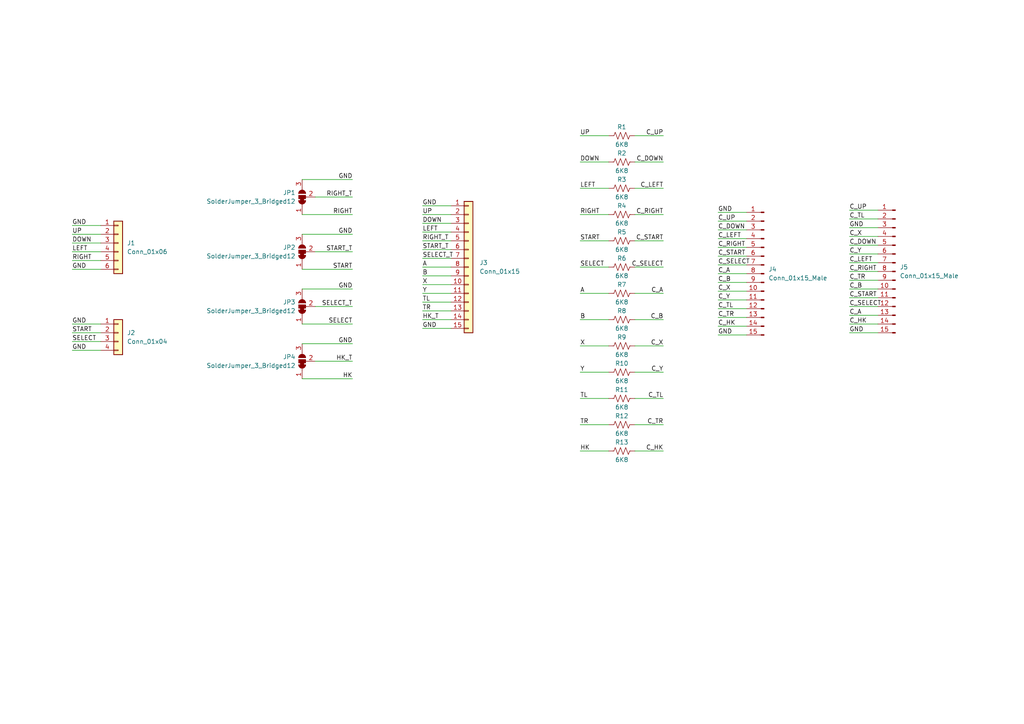
<source format=kicad_sch>
(kicad_sch (version 20211123) (generator eeschema)

  (uuid fa38296e-cdcc-4309-9d50-3ec5b62681ed)

  (paper "A4")

  (title_block
    (title "Raspberry Pie GPIO Input Module")
    (date "2023-02-07")
    (rev "1")
    (company "Amos Home")
  )

  (lib_symbols
    (symbol "Connector:Conn_01x15_Male" (pin_names (offset 1.016) hide) (in_bom yes) (on_board yes)
      (property "Reference" "J" (id 0) (at 0 20.32 0)
        (effects (font (size 1.27 1.27)))
      )
      (property "Value" "Conn_01x15_Male" (id 1) (at 0 -20.32 0)
        (effects (font (size 1.27 1.27)))
      )
      (property "Footprint" "" (id 2) (at 0 0 0)
        (effects (font (size 1.27 1.27)) hide)
      )
      (property "Datasheet" "~" (id 3) (at 0 0 0)
        (effects (font (size 1.27 1.27)) hide)
      )
      (property "ki_keywords" "connector" (id 4) (at 0 0 0)
        (effects (font (size 1.27 1.27)) hide)
      )
      (property "ki_description" "Generic connector, single row, 01x15, script generated (kicad-library-utils/schlib/autogen/connector/)" (id 5) (at 0 0 0)
        (effects (font (size 1.27 1.27)) hide)
      )
      (property "ki_fp_filters" "Connector*:*_1x??_*" (id 6) (at 0 0 0)
        (effects (font (size 1.27 1.27)) hide)
      )
      (symbol "Conn_01x15_Male_1_1"
        (polyline
          (pts
            (xy 1.27 -17.78)
            (xy 0.8636 -17.78)
          )
          (stroke (width 0.1524) (type default) (color 0 0 0 0))
          (fill (type none))
        )
        (polyline
          (pts
            (xy 1.27 -15.24)
            (xy 0.8636 -15.24)
          )
          (stroke (width 0.1524) (type default) (color 0 0 0 0))
          (fill (type none))
        )
        (polyline
          (pts
            (xy 1.27 -12.7)
            (xy 0.8636 -12.7)
          )
          (stroke (width 0.1524) (type default) (color 0 0 0 0))
          (fill (type none))
        )
        (polyline
          (pts
            (xy 1.27 -10.16)
            (xy 0.8636 -10.16)
          )
          (stroke (width 0.1524) (type default) (color 0 0 0 0))
          (fill (type none))
        )
        (polyline
          (pts
            (xy 1.27 -7.62)
            (xy 0.8636 -7.62)
          )
          (stroke (width 0.1524) (type default) (color 0 0 0 0))
          (fill (type none))
        )
        (polyline
          (pts
            (xy 1.27 -5.08)
            (xy 0.8636 -5.08)
          )
          (stroke (width 0.1524) (type default) (color 0 0 0 0))
          (fill (type none))
        )
        (polyline
          (pts
            (xy 1.27 -2.54)
            (xy 0.8636 -2.54)
          )
          (stroke (width 0.1524) (type default) (color 0 0 0 0))
          (fill (type none))
        )
        (polyline
          (pts
            (xy 1.27 0)
            (xy 0.8636 0)
          )
          (stroke (width 0.1524) (type default) (color 0 0 0 0))
          (fill (type none))
        )
        (polyline
          (pts
            (xy 1.27 2.54)
            (xy 0.8636 2.54)
          )
          (stroke (width 0.1524) (type default) (color 0 0 0 0))
          (fill (type none))
        )
        (polyline
          (pts
            (xy 1.27 5.08)
            (xy 0.8636 5.08)
          )
          (stroke (width 0.1524) (type default) (color 0 0 0 0))
          (fill (type none))
        )
        (polyline
          (pts
            (xy 1.27 7.62)
            (xy 0.8636 7.62)
          )
          (stroke (width 0.1524) (type default) (color 0 0 0 0))
          (fill (type none))
        )
        (polyline
          (pts
            (xy 1.27 10.16)
            (xy 0.8636 10.16)
          )
          (stroke (width 0.1524) (type default) (color 0 0 0 0))
          (fill (type none))
        )
        (polyline
          (pts
            (xy 1.27 12.7)
            (xy 0.8636 12.7)
          )
          (stroke (width 0.1524) (type default) (color 0 0 0 0))
          (fill (type none))
        )
        (polyline
          (pts
            (xy 1.27 15.24)
            (xy 0.8636 15.24)
          )
          (stroke (width 0.1524) (type default) (color 0 0 0 0))
          (fill (type none))
        )
        (polyline
          (pts
            (xy 1.27 17.78)
            (xy 0.8636 17.78)
          )
          (stroke (width 0.1524) (type default) (color 0 0 0 0))
          (fill (type none))
        )
        (rectangle (start 0.8636 -17.653) (end 0 -17.907)
          (stroke (width 0.1524) (type default) (color 0 0 0 0))
          (fill (type outline))
        )
        (rectangle (start 0.8636 -15.113) (end 0 -15.367)
          (stroke (width 0.1524) (type default) (color 0 0 0 0))
          (fill (type outline))
        )
        (rectangle (start 0.8636 -12.573) (end 0 -12.827)
          (stroke (width 0.1524) (type default) (color 0 0 0 0))
          (fill (type outline))
        )
        (rectangle (start 0.8636 -10.033) (end 0 -10.287)
          (stroke (width 0.1524) (type default) (color 0 0 0 0))
          (fill (type outline))
        )
        (rectangle (start 0.8636 -7.493) (end 0 -7.747)
          (stroke (width 0.1524) (type default) (color 0 0 0 0))
          (fill (type outline))
        )
        (rectangle (start 0.8636 -4.953) (end 0 -5.207)
          (stroke (width 0.1524) (type default) (color 0 0 0 0))
          (fill (type outline))
        )
        (rectangle (start 0.8636 -2.413) (end 0 -2.667)
          (stroke (width 0.1524) (type default) (color 0 0 0 0))
          (fill (type outline))
        )
        (rectangle (start 0.8636 0.127) (end 0 -0.127)
          (stroke (width 0.1524) (type default) (color 0 0 0 0))
          (fill (type outline))
        )
        (rectangle (start 0.8636 2.667) (end 0 2.413)
          (stroke (width 0.1524) (type default) (color 0 0 0 0))
          (fill (type outline))
        )
        (rectangle (start 0.8636 5.207) (end 0 4.953)
          (stroke (width 0.1524) (type default) (color 0 0 0 0))
          (fill (type outline))
        )
        (rectangle (start 0.8636 7.747) (end 0 7.493)
          (stroke (width 0.1524) (type default) (color 0 0 0 0))
          (fill (type outline))
        )
        (rectangle (start 0.8636 10.287) (end 0 10.033)
          (stroke (width 0.1524) (type default) (color 0 0 0 0))
          (fill (type outline))
        )
        (rectangle (start 0.8636 12.827) (end 0 12.573)
          (stroke (width 0.1524) (type default) (color 0 0 0 0))
          (fill (type outline))
        )
        (rectangle (start 0.8636 15.367) (end 0 15.113)
          (stroke (width 0.1524) (type default) (color 0 0 0 0))
          (fill (type outline))
        )
        (rectangle (start 0.8636 17.907) (end 0 17.653)
          (stroke (width 0.1524) (type default) (color 0 0 0 0))
          (fill (type outline))
        )
        (pin passive line (at 5.08 17.78 180) (length 3.81)
          (name "Pin_1" (effects (font (size 1.27 1.27))))
          (number "1" (effects (font (size 1.27 1.27))))
        )
        (pin passive line (at 5.08 -5.08 180) (length 3.81)
          (name "Pin_10" (effects (font (size 1.27 1.27))))
          (number "10" (effects (font (size 1.27 1.27))))
        )
        (pin passive line (at 5.08 -7.62 180) (length 3.81)
          (name "Pin_11" (effects (font (size 1.27 1.27))))
          (number "11" (effects (font (size 1.27 1.27))))
        )
        (pin passive line (at 5.08 -10.16 180) (length 3.81)
          (name "Pin_12" (effects (font (size 1.27 1.27))))
          (number "12" (effects (font (size 1.27 1.27))))
        )
        (pin passive line (at 5.08 -12.7 180) (length 3.81)
          (name "Pin_13" (effects (font (size 1.27 1.27))))
          (number "13" (effects (font (size 1.27 1.27))))
        )
        (pin passive line (at 5.08 -15.24 180) (length 3.81)
          (name "Pin_14" (effects (font (size 1.27 1.27))))
          (number "14" (effects (font (size 1.27 1.27))))
        )
        (pin passive line (at 5.08 -17.78 180) (length 3.81)
          (name "Pin_15" (effects (font (size 1.27 1.27))))
          (number "15" (effects (font (size 1.27 1.27))))
        )
        (pin passive line (at 5.08 15.24 180) (length 3.81)
          (name "Pin_2" (effects (font (size 1.27 1.27))))
          (number "2" (effects (font (size 1.27 1.27))))
        )
        (pin passive line (at 5.08 12.7 180) (length 3.81)
          (name "Pin_3" (effects (font (size 1.27 1.27))))
          (number "3" (effects (font (size 1.27 1.27))))
        )
        (pin passive line (at 5.08 10.16 180) (length 3.81)
          (name "Pin_4" (effects (font (size 1.27 1.27))))
          (number "4" (effects (font (size 1.27 1.27))))
        )
        (pin passive line (at 5.08 7.62 180) (length 3.81)
          (name "Pin_5" (effects (font (size 1.27 1.27))))
          (number "5" (effects (font (size 1.27 1.27))))
        )
        (pin passive line (at 5.08 5.08 180) (length 3.81)
          (name "Pin_6" (effects (font (size 1.27 1.27))))
          (number "6" (effects (font (size 1.27 1.27))))
        )
        (pin passive line (at 5.08 2.54 180) (length 3.81)
          (name "Pin_7" (effects (font (size 1.27 1.27))))
          (number "7" (effects (font (size 1.27 1.27))))
        )
        (pin passive line (at 5.08 0 180) (length 3.81)
          (name "Pin_8" (effects (font (size 1.27 1.27))))
          (number "8" (effects (font (size 1.27 1.27))))
        )
        (pin passive line (at 5.08 -2.54 180) (length 3.81)
          (name "Pin_9" (effects (font (size 1.27 1.27))))
          (number "9" (effects (font (size 1.27 1.27))))
        )
      )
    )
    (symbol "Connector_Generic:Conn_01x04" (pin_names (offset 1.016) hide) (in_bom yes) (on_board yes)
      (property "Reference" "J" (id 0) (at 0 5.08 0)
        (effects (font (size 1.27 1.27)))
      )
      (property "Value" "Conn_01x04" (id 1) (at 0 -7.62 0)
        (effects (font (size 1.27 1.27)))
      )
      (property "Footprint" "" (id 2) (at 0 0 0)
        (effects (font (size 1.27 1.27)) hide)
      )
      (property "Datasheet" "~" (id 3) (at 0 0 0)
        (effects (font (size 1.27 1.27)) hide)
      )
      (property "ki_keywords" "connector" (id 4) (at 0 0 0)
        (effects (font (size 1.27 1.27)) hide)
      )
      (property "ki_description" "Generic connector, single row, 01x04, script generated (kicad-library-utils/schlib/autogen/connector/)" (id 5) (at 0 0 0)
        (effects (font (size 1.27 1.27)) hide)
      )
      (property "ki_fp_filters" "Connector*:*_1x??_*" (id 6) (at 0 0 0)
        (effects (font (size 1.27 1.27)) hide)
      )
      (symbol "Conn_01x04_1_1"
        (rectangle (start -1.27 -4.953) (end 0 -5.207)
          (stroke (width 0.1524) (type default) (color 0 0 0 0))
          (fill (type none))
        )
        (rectangle (start -1.27 -2.413) (end 0 -2.667)
          (stroke (width 0.1524) (type default) (color 0 0 0 0))
          (fill (type none))
        )
        (rectangle (start -1.27 0.127) (end 0 -0.127)
          (stroke (width 0.1524) (type default) (color 0 0 0 0))
          (fill (type none))
        )
        (rectangle (start -1.27 2.667) (end 0 2.413)
          (stroke (width 0.1524) (type default) (color 0 0 0 0))
          (fill (type none))
        )
        (rectangle (start -1.27 3.81) (end 1.27 -6.35)
          (stroke (width 0.254) (type default) (color 0 0 0 0))
          (fill (type background))
        )
        (pin passive line (at -5.08 2.54 0) (length 3.81)
          (name "Pin_1" (effects (font (size 1.27 1.27))))
          (number "1" (effects (font (size 1.27 1.27))))
        )
        (pin passive line (at -5.08 0 0) (length 3.81)
          (name "Pin_2" (effects (font (size 1.27 1.27))))
          (number "2" (effects (font (size 1.27 1.27))))
        )
        (pin passive line (at -5.08 -2.54 0) (length 3.81)
          (name "Pin_3" (effects (font (size 1.27 1.27))))
          (number "3" (effects (font (size 1.27 1.27))))
        )
        (pin passive line (at -5.08 -5.08 0) (length 3.81)
          (name "Pin_4" (effects (font (size 1.27 1.27))))
          (number "4" (effects (font (size 1.27 1.27))))
        )
      )
    )
    (symbol "Connector_Generic:Conn_01x06" (pin_names (offset 1.016) hide) (in_bom yes) (on_board yes)
      (property "Reference" "J" (id 0) (at 0 7.62 0)
        (effects (font (size 1.27 1.27)))
      )
      (property "Value" "Conn_01x06" (id 1) (at 0 -10.16 0)
        (effects (font (size 1.27 1.27)))
      )
      (property "Footprint" "" (id 2) (at 0 0 0)
        (effects (font (size 1.27 1.27)) hide)
      )
      (property "Datasheet" "~" (id 3) (at 0 0 0)
        (effects (font (size 1.27 1.27)) hide)
      )
      (property "ki_keywords" "connector" (id 4) (at 0 0 0)
        (effects (font (size 1.27 1.27)) hide)
      )
      (property "ki_description" "Generic connector, single row, 01x06, script generated (kicad-library-utils/schlib/autogen/connector/)" (id 5) (at 0 0 0)
        (effects (font (size 1.27 1.27)) hide)
      )
      (property "ki_fp_filters" "Connector*:*_1x??_*" (id 6) (at 0 0 0)
        (effects (font (size 1.27 1.27)) hide)
      )
      (symbol "Conn_01x06_1_1"
        (rectangle (start -1.27 -7.493) (end 0 -7.747)
          (stroke (width 0.1524) (type default) (color 0 0 0 0))
          (fill (type none))
        )
        (rectangle (start -1.27 -4.953) (end 0 -5.207)
          (stroke (width 0.1524) (type default) (color 0 0 0 0))
          (fill (type none))
        )
        (rectangle (start -1.27 -2.413) (end 0 -2.667)
          (stroke (width 0.1524) (type default) (color 0 0 0 0))
          (fill (type none))
        )
        (rectangle (start -1.27 0.127) (end 0 -0.127)
          (stroke (width 0.1524) (type default) (color 0 0 0 0))
          (fill (type none))
        )
        (rectangle (start -1.27 2.667) (end 0 2.413)
          (stroke (width 0.1524) (type default) (color 0 0 0 0))
          (fill (type none))
        )
        (rectangle (start -1.27 5.207) (end 0 4.953)
          (stroke (width 0.1524) (type default) (color 0 0 0 0))
          (fill (type none))
        )
        (rectangle (start -1.27 6.35) (end 1.27 -8.89)
          (stroke (width 0.254) (type default) (color 0 0 0 0))
          (fill (type background))
        )
        (pin passive line (at -5.08 5.08 0) (length 3.81)
          (name "Pin_1" (effects (font (size 1.27 1.27))))
          (number "1" (effects (font (size 1.27 1.27))))
        )
        (pin passive line (at -5.08 2.54 0) (length 3.81)
          (name "Pin_2" (effects (font (size 1.27 1.27))))
          (number "2" (effects (font (size 1.27 1.27))))
        )
        (pin passive line (at -5.08 0 0) (length 3.81)
          (name "Pin_3" (effects (font (size 1.27 1.27))))
          (number "3" (effects (font (size 1.27 1.27))))
        )
        (pin passive line (at -5.08 -2.54 0) (length 3.81)
          (name "Pin_4" (effects (font (size 1.27 1.27))))
          (number "4" (effects (font (size 1.27 1.27))))
        )
        (pin passive line (at -5.08 -5.08 0) (length 3.81)
          (name "Pin_5" (effects (font (size 1.27 1.27))))
          (number "5" (effects (font (size 1.27 1.27))))
        )
        (pin passive line (at -5.08 -7.62 0) (length 3.81)
          (name "Pin_6" (effects (font (size 1.27 1.27))))
          (number "6" (effects (font (size 1.27 1.27))))
        )
      )
    )
    (symbol "Connector_Generic:Conn_01x15" (pin_names (offset 1.016) hide) (in_bom yes) (on_board yes)
      (property "Reference" "J" (id 0) (at 0 20.32 0)
        (effects (font (size 1.27 1.27)))
      )
      (property "Value" "Conn_01x15" (id 1) (at 0 -20.32 0)
        (effects (font (size 1.27 1.27)))
      )
      (property "Footprint" "" (id 2) (at 0 0 0)
        (effects (font (size 1.27 1.27)) hide)
      )
      (property "Datasheet" "~" (id 3) (at 0 0 0)
        (effects (font (size 1.27 1.27)) hide)
      )
      (property "ki_keywords" "connector" (id 4) (at 0 0 0)
        (effects (font (size 1.27 1.27)) hide)
      )
      (property "ki_description" "Generic connector, single row, 01x15, script generated (kicad-library-utils/schlib/autogen/connector/)" (id 5) (at 0 0 0)
        (effects (font (size 1.27 1.27)) hide)
      )
      (property "ki_fp_filters" "Connector*:*_1x??_*" (id 6) (at 0 0 0)
        (effects (font (size 1.27 1.27)) hide)
      )
      (symbol "Conn_01x15_1_1"
        (rectangle (start -1.27 -17.653) (end 0 -17.907)
          (stroke (width 0.1524) (type default) (color 0 0 0 0))
          (fill (type none))
        )
        (rectangle (start -1.27 -15.113) (end 0 -15.367)
          (stroke (width 0.1524) (type default) (color 0 0 0 0))
          (fill (type none))
        )
        (rectangle (start -1.27 -12.573) (end 0 -12.827)
          (stroke (width 0.1524) (type default) (color 0 0 0 0))
          (fill (type none))
        )
        (rectangle (start -1.27 -10.033) (end 0 -10.287)
          (stroke (width 0.1524) (type default) (color 0 0 0 0))
          (fill (type none))
        )
        (rectangle (start -1.27 -7.493) (end 0 -7.747)
          (stroke (width 0.1524) (type default) (color 0 0 0 0))
          (fill (type none))
        )
        (rectangle (start -1.27 -4.953) (end 0 -5.207)
          (stroke (width 0.1524) (type default) (color 0 0 0 0))
          (fill (type none))
        )
        (rectangle (start -1.27 -2.413) (end 0 -2.667)
          (stroke (width 0.1524) (type default) (color 0 0 0 0))
          (fill (type none))
        )
        (rectangle (start -1.27 0.127) (end 0 -0.127)
          (stroke (width 0.1524) (type default) (color 0 0 0 0))
          (fill (type none))
        )
        (rectangle (start -1.27 2.667) (end 0 2.413)
          (stroke (width 0.1524) (type default) (color 0 0 0 0))
          (fill (type none))
        )
        (rectangle (start -1.27 5.207) (end 0 4.953)
          (stroke (width 0.1524) (type default) (color 0 0 0 0))
          (fill (type none))
        )
        (rectangle (start -1.27 7.747) (end 0 7.493)
          (stroke (width 0.1524) (type default) (color 0 0 0 0))
          (fill (type none))
        )
        (rectangle (start -1.27 10.287) (end 0 10.033)
          (stroke (width 0.1524) (type default) (color 0 0 0 0))
          (fill (type none))
        )
        (rectangle (start -1.27 12.827) (end 0 12.573)
          (stroke (width 0.1524) (type default) (color 0 0 0 0))
          (fill (type none))
        )
        (rectangle (start -1.27 15.367) (end 0 15.113)
          (stroke (width 0.1524) (type default) (color 0 0 0 0))
          (fill (type none))
        )
        (rectangle (start -1.27 17.907) (end 0 17.653)
          (stroke (width 0.1524) (type default) (color 0 0 0 0))
          (fill (type none))
        )
        (rectangle (start -1.27 19.05) (end 1.27 -19.05)
          (stroke (width 0.254) (type default) (color 0 0 0 0))
          (fill (type background))
        )
        (pin passive line (at -5.08 17.78 0) (length 3.81)
          (name "Pin_1" (effects (font (size 1.27 1.27))))
          (number "1" (effects (font (size 1.27 1.27))))
        )
        (pin passive line (at -5.08 -5.08 0) (length 3.81)
          (name "Pin_10" (effects (font (size 1.27 1.27))))
          (number "10" (effects (font (size 1.27 1.27))))
        )
        (pin passive line (at -5.08 -7.62 0) (length 3.81)
          (name "Pin_11" (effects (font (size 1.27 1.27))))
          (number "11" (effects (font (size 1.27 1.27))))
        )
        (pin passive line (at -5.08 -10.16 0) (length 3.81)
          (name "Pin_12" (effects (font (size 1.27 1.27))))
          (number "12" (effects (font (size 1.27 1.27))))
        )
        (pin passive line (at -5.08 -12.7 0) (length 3.81)
          (name "Pin_13" (effects (font (size 1.27 1.27))))
          (number "13" (effects (font (size 1.27 1.27))))
        )
        (pin passive line (at -5.08 -15.24 0) (length 3.81)
          (name "Pin_14" (effects (font (size 1.27 1.27))))
          (number "14" (effects (font (size 1.27 1.27))))
        )
        (pin passive line (at -5.08 -17.78 0) (length 3.81)
          (name "Pin_15" (effects (font (size 1.27 1.27))))
          (number "15" (effects (font (size 1.27 1.27))))
        )
        (pin passive line (at -5.08 15.24 0) (length 3.81)
          (name "Pin_2" (effects (font (size 1.27 1.27))))
          (number "2" (effects (font (size 1.27 1.27))))
        )
        (pin passive line (at -5.08 12.7 0) (length 3.81)
          (name "Pin_3" (effects (font (size 1.27 1.27))))
          (number "3" (effects (font (size 1.27 1.27))))
        )
        (pin passive line (at -5.08 10.16 0) (length 3.81)
          (name "Pin_4" (effects (font (size 1.27 1.27))))
          (number "4" (effects (font (size 1.27 1.27))))
        )
        (pin passive line (at -5.08 7.62 0) (length 3.81)
          (name "Pin_5" (effects (font (size 1.27 1.27))))
          (number "5" (effects (font (size 1.27 1.27))))
        )
        (pin passive line (at -5.08 5.08 0) (length 3.81)
          (name "Pin_6" (effects (font (size 1.27 1.27))))
          (number "6" (effects (font (size 1.27 1.27))))
        )
        (pin passive line (at -5.08 2.54 0) (length 3.81)
          (name "Pin_7" (effects (font (size 1.27 1.27))))
          (number "7" (effects (font (size 1.27 1.27))))
        )
        (pin passive line (at -5.08 0 0) (length 3.81)
          (name "Pin_8" (effects (font (size 1.27 1.27))))
          (number "8" (effects (font (size 1.27 1.27))))
        )
        (pin passive line (at -5.08 -2.54 0) (length 3.81)
          (name "Pin_9" (effects (font (size 1.27 1.27))))
          (number "9" (effects (font (size 1.27 1.27))))
        )
      )
    )
    (symbol "Device:R_US" (pin_numbers hide) (pin_names (offset 0)) (in_bom yes) (on_board yes)
      (property "Reference" "R" (id 0) (at 2.54 0 90)
        (effects (font (size 1.27 1.27)))
      )
      (property "Value" "R_US" (id 1) (at -2.54 0 90)
        (effects (font (size 1.27 1.27)))
      )
      (property "Footprint" "" (id 2) (at 1.016 -0.254 90)
        (effects (font (size 1.27 1.27)) hide)
      )
      (property "Datasheet" "~" (id 3) (at 0 0 0)
        (effects (font (size 1.27 1.27)) hide)
      )
      (property "ki_keywords" "R res resistor" (id 4) (at 0 0 0)
        (effects (font (size 1.27 1.27)) hide)
      )
      (property "ki_description" "Resistor, US symbol" (id 5) (at 0 0 0)
        (effects (font (size 1.27 1.27)) hide)
      )
      (property "ki_fp_filters" "R_*" (id 6) (at 0 0 0)
        (effects (font (size 1.27 1.27)) hide)
      )
      (symbol "R_US_0_1"
        (polyline
          (pts
            (xy 0 -2.286)
            (xy 0 -2.54)
          )
          (stroke (width 0) (type default) (color 0 0 0 0))
          (fill (type none))
        )
        (polyline
          (pts
            (xy 0 2.286)
            (xy 0 2.54)
          )
          (stroke (width 0) (type default) (color 0 0 0 0))
          (fill (type none))
        )
        (polyline
          (pts
            (xy 0 -0.762)
            (xy 1.016 -1.143)
            (xy 0 -1.524)
            (xy -1.016 -1.905)
            (xy 0 -2.286)
          )
          (stroke (width 0) (type default) (color 0 0 0 0))
          (fill (type none))
        )
        (polyline
          (pts
            (xy 0 0.762)
            (xy 1.016 0.381)
            (xy 0 0)
            (xy -1.016 -0.381)
            (xy 0 -0.762)
          )
          (stroke (width 0) (type default) (color 0 0 0 0))
          (fill (type none))
        )
        (polyline
          (pts
            (xy 0 2.286)
            (xy 1.016 1.905)
            (xy 0 1.524)
            (xy -1.016 1.143)
            (xy 0 0.762)
          )
          (stroke (width 0) (type default) (color 0 0 0 0))
          (fill (type none))
        )
      )
      (symbol "R_US_1_1"
        (pin passive line (at 0 3.81 270) (length 1.27)
          (name "~" (effects (font (size 1.27 1.27))))
          (number "1" (effects (font (size 1.27 1.27))))
        )
        (pin passive line (at 0 -3.81 90) (length 1.27)
          (name "~" (effects (font (size 1.27 1.27))))
          (number "2" (effects (font (size 1.27 1.27))))
        )
      )
    )
    (symbol "Jumper:SolderJumper_3_Bridged12" (pin_names (offset 0) hide) (in_bom yes) (on_board yes)
      (property "Reference" "JP" (id 0) (at -2.54 -2.54 0)
        (effects (font (size 1.27 1.27)))
      )
      (property "Value" "SolderJumper_3_Bridged12" (id 1) (at 0 2.794 0)
        (effects (font (size 1.27 1.27)))
      )
      (property "Footprint" "" (id 2) (at 0 0 0)
        (effects (font (size 1.27 1.27)) hide)
      )
      (property "Datasheet" "~" (id 3) (at 0 0 0)
        (effects (font (size 1.27 1.27)) hide)
      )
      (property "ki_keywords" "Solder Jumper SPDT" (id 4) (at 0 0 0)
        (effects (font (size 1.27 1.27)) hide)
      )
      (property "ki_description" "3-pole Solder Jumper, pins 1+2 closed/bridged" (id 5) (at 0 0 0)
        (effects (font (size 1.27 1.27)) hide)
      )
      (property "ki_fp_filters" "SolderJumper*Bridged12*" (id 6) (at 0 0 0)
        (effects (font (size 1.27 1.27)) hide)
      )
      (symbol "SolderJumper_3_Bridged12_0_1"
        (rectangle (start -1.016 0.508) (end -0.508 -0.508)
          (stroke (width 0) (type default) (color 0 0 0 0))
          (fill (type outline))
        )
        (arc (start -1.016 1.016) (mid -2.032 0) (end -1.016 -1.016)
          (stroke (width 0) (type default) (color 0 0 0 0))
          (fill (type none))
        )
        (arc (start -1.016 1.016) (mid -2.032 0) (end -1.016 -1.016)
          (stroke (width 0) (type default) (color 0 0 0 0))
          (fill (type outline))
        )
        (rectangle (start -0.508 1.016) (end 0.508 -1.016)
          (stroke (width 0) (type default) (color 0 0 0 0))
          (fill (type outline))
        )
        (polyline
          (pts
            (xy -2.54 0)
            (xy -2.032 0)
          )
          (stroke (width 0) (type default) (color 0 0 0 0))
          (fill (type none))
        )
        (polyline
          (pts
            (xy -1.016 1.016)
            (xy -1.016 -1.016)
          )
          (stroke (width 0) (type default) (color 0 0 0 0))
          (fill (type none))
        )
        (polyline
          (pts
            (xy 0 -1.27)
            (xy 0 -1.016)
          )
          (stroke (width 0) (type default) (color 0 0 0 0))
          (fill (type none))
        )
        (polyline
          (pts
            (xy 1.016 1.016)
            (xy 1.016 -1.016)
          )
          (stroke (width 0) (type default) (color 0 0 0 0))
          (fill (type none))
        )
        (polyline
          (pts
            (xy 2.54 0)
            (xy 2.032 0)
          )
          (stroke (width 0) (type default) (color 0 0 0 0))
          (fill (type none))
        )
        (arc (start 1.016 -1.016) (mid 2.032 0) (end 1.016 1.016)
          (stroke (width 0) (type default) (color 0 0 0 0))
          (fill (type none))
        )
        (arc (start 1.016 -1.016) (mid 2.032 0) (end 1.016 1.016)
          (stroke (width 0) (type default) (color 0 0 0 0))
          (fill (type outline))
        )
      )
      (symbol "SolderJumper_3_Bridged12_1_1"
        (pin passive line (at -5.08 0 0) (length 2.54)
          (name "A" (effects (font (size 1.27 1.27))))
          (number "1" (effects (font (size 1.27 1.27))))
        )
        (pin passive line (at 0 -3.81 90) (length 2.54)
          (name "C" (effects (font (size 1.27 1.27))))
          (number "2" (effects (font (size 1.27 1.27))))
        )
        (pin passive line (at 5.08 0 180) (length 2.54)
          (name "B" (effects (font (size 1.27 1.27))))
          (number "3" (effects (font (size 1.27 1.27))))
        )
      )
    )
  )


  (wire (pts (xy 102.235 104.775) (xy 91.44 104.775))
    (stroke (width 0) (type default) (color 0 0 0 0))
    (uuid 0066928a-e256-494f-b7df-ed64ab2e3e58)
  )
  (wire (pts (xy 208.28 76.835) (xy 216.535 76.835))
    (stroke (width 0) (type default) (color 0 0 0 0))
    (uuid 0450c6b7-fecc-4f1c-9382-431b847e4f6f)
  )
  (wire (pts (xy 168.275 39.37) (xy 176.53 39.37))
    (stroke (width 0) (type default) (color 0 0 0 0))
    (uuid 0508b6ff-ef1d-431f-a579-873bdd9c0a1b)
  )
  (wire (pts (xy 122.555 62.23) (xy 130.81 62.23))
    (stroke (width 0) (type default) (color 0 0 0 0))
    (uuid 06613a6c-6705-4314-b59b-d19bdfb2a46d)
  )
  (wire (pts (xy 122.555 80.01) (xy 130.81 80.01))
    (stroke (width 0) (type default) (color 0 0 0 0))
    (uuid 07e6cd6f-96da-4501-96d2-01cfb2e85e6c)
  )
  (wire (pts (xy 208.28 64.135) (xy 216.535 64.135))
    (stroke (width 0) (type default) (color 0 0 0 0))
    (uuid 0895d35d-fb6a-4173-963f-44dd536a1715)
  )
  (wire (pts (xy 122.555 69.85) (xy 130.81 69.85))
    (stroke (width 0) (type default) (color 0 0 0 0))
    (uuid 08bb142c-aebf-4ccf-bee6-fa1785693ee8)
  )
  (wire (pts (xy 20.955 96.52) (xy 29.21 96.52))
    (stroke (width 0) (type default) (color 0 0 0 0))
    (uuid 09ce73d1-fc24-4b41-b9e2-a9b15c4a09d3)
  )
  (wire (pts (xy 20.955 78.105) (xy 29.21 78.105))
    (stroke (width 0) (type default) (color 0 0 0 0))
    (uuid 0db4286a-8b85-4ea3-aef7-61b692ff9d16)
  )
  (wire (pts (xy 168.275 54.61) (xy 176.53 54.61))
    (stroke (width 0) (type default) (color 0 0 0 0))
    (uuid 0f0efdcd-f63c-4633-8e10-42a3437ffb64)
  )
  (wire (pts (xy 122.555 90.17) (xy 130.81 90.17))
    (stroke (width 0) (type default) (color 0 0 0 0))
    (uuid 12e5ec49-0ca1-4dfd-aa00-d53904c6f7f2)
  )
  (wire (pts (xy 20.955 99.06) (xy 29.21 99.06))
    (stroke (width 0) (type default) (color 0 0 0 0))
    (uuid 131ad4ff-001d-48d4-bb75-d85768f90019)
  )
  (wire (pts (xy 122.555 72.39) (xy 130.81 72.39))
    (stroke (width 0) (type default) (color 0 0 0 0))
    (uuid 13d59f0f-6350-4bd0-aa81-a3c8e6d57f94)
  )
  (wire (pts (xy 168.275 46.99) (xy 176.53 46.99))
    (stroke (width 0) (type default) (color 0 0 0 0))
    (uuid 1a59bcde-cf17-4379-ac2e-5a1d24237436)
  )
  (wire (pts (xy 246.38 88.9) (xy 254.635 88.9))
    (stroke (width 0) (type default) (color 0 0 0 0))
    (uuid 1c7cfc30-6af3-42eb-bb80-092397f5216a)
  )
  (wire (pts (xy 168.275 115.57) (xy 176.53 115.57))
    (stroke (width 0) (type default) (color 0 0 0 0))
    (uuid 1fb1f743-d3c9-4d11-b4e5-7d40e31f6fe0)
  )
  (wire (pts (xy 208.28 81.915) (xy 216.535 81.915))
    (stroke (width 0) (type default) (color 0 0 0 0))
    (uuid 291f98b2-e2ce-4455-aaeb-35002c24b2c1)
  )
  (wire (pts (xy 102.235 88.9) (xy 91.44 88.9))
    (stroke (width 0) (type default) (color 0 0 0 0))
    (uuid 2b57a573-6598-4435-89e6-0adb430d6335)
  )
  (wire (pts (xy 87.63 62.23) (xy 102.235 62.23))
    (stroke (width 0) (type default) (color 0 0 0 0))
    (uuid 2e378067-3ac2-4de7-b4c2-6c046e4057b8)
  )
  (wire (pts (xy 192.405 130.81) (xy 184.15 130.81))
    (stroke (width 0) (type default) (color 0 0 0 0))
    (uuid 2f7a1c31-5143-4eb6-9b9c-dbfa064ca132)
  )
  (wire (pts (xy 87.63 67.945) (xy 102.235 67.945))
    (stroke (width 0) (type default) (color 0 0 0 0))
    (uuid 3b8fa93d-3d3c-4d30-ba84-b4aeeb7be2f1)
  )
  (wire (pts (xy 208.28 66.675) (xy 216.535 66.675))
    (stroke (width 0) (type default) (color 0 0 0 0))
    (uuid 3f061470-921a-4706-9771-02c2b3c17504)
  )
  (wire (pts (xy 122.555 82.55) (xy 130.81 82.55))
    (stroke (width 0) (type default) (color 0 0 0 0))
    (uuid 43b59715-0937-4653-bfd2-700979026d97)
  )
  (wire (pts (xy 192.405 107.95) (xy 184.15 107.95))
    (stroke (width 0) (type default) (color 0 0 0 0))
    (uuid 47cc60ee-24db-4a22-a74b-bd50e76a13a8)
  )
  (wire (pts (xy 208.28 79.375) (xy 216.535 79.375))
    (stroke (width 0) (type default) (color 0 0 0 0))
    (uuid 4874b5af-d9e0-4bdc-8ef4-de210069f78a)
  )
  (wire (pts (xy 102.235 109.855) (xy 87.63 109.855))
    (stroke (width 0) (type default) (color 0 0 0 0))
    (uuid 48c360b8-2485-4df0-8768-0ff85af16b9b)
  )
  (wire (pts (xy 246.38 66.04) (xy 254.635 66.04))
    (stroke (width 0) (type default) (color 0 0 0 0))
    (uuid 4a65d10d-f42c-4779-a682-65f2f3055607)
  )
  (wire (pts (xy 192.405 100.33) (xy 184.15 100.33))
    (stroke (width 0) (type default) (color 0 0 0 0))
    (uuid 53b4a4ad-1c17-48d6-9901-b573f96e11ec)
  )
  (wire (pts (xy 254.635 60.96) (xy 246.38 60.96))
    (stroke (width 0) (type default) (color 0 0 0 0))
    (uuid 548f224b-4552-442f-8578-e71a9291fa5d)
  )
  (wire (pts (xy 168.275 100.33) (xy 176.53 100.33))
    (stroke (width 0) (type default) (color 0 0 0 0))
    (uuid 54b6ce6b-f2b5-47a8-81ed-b78e67e41dbe)
  )
  (wire (pts (xy 102.235 73.025) (xy 91.44 73.025))
    (stroke (width 0) (type default) (color 0 0 0 0))
    (uuid 5ad87941-5112-4f3f-965e-e6e07d84061f)
  )
  (wire (pts (xy 246.38 76.2) (xy 254.635 76.2))
    (stroke (width 0) (type default) (color 0 0 0 0))
    (uuid 5ecb910d-fc5f-4e16-a3a2-983f7e481779)
  )
  (wire (pts (xy 246.38 93.98) (xy 254.635 93.98))
    (stroke (width 0) (type default) (color 0 0 0 0))
    (uuid 614e6c55-46ad-4e49-92ce-8840b80e4bad)
  )
  (wire (pts (xy 246.38 81.28) (xy 254.635 81.28))
    (stroke (width 0) (type default) (color 0 0 0 0))
    (uuid 61c60b7f-62c5-4190-b5dc-827b9cc11e32)
  )
  (wire (pts (xy 87.63 78.105) (xy 102.235 78.105))
    (stroke (width 0) (type default) (color 0 0 0 0))
    (uuid 628de36a-7c84-4e44-9f6d-820b37a6b521)
  )
  (wire (pts (xy 20.955 70.485) (xy 29.21 70.485))
    (stroke (width 0) (type default) (color 0 0 0 0))
    (uuid 67b9616e-a260-4b39-a034-b80d45c98219)
  )
  (wire (pts (xy 192.405 115.57) (xy 184.15 115.57))
    (stroke (width 0) (type default) (color 0 0 0 0))
    (uuid 68773fcd-1685-4259-b708-b36bc043cf64)
  )
  (wire (pts (xy 208.28 89.535) (xy 216.535 89.535))
    (stroke (width 0) (type default) (color 0 0 0 0))
    (uuid 6a33d479-9003-4c58-9367-ebf3f04a1b4a)
  )
  (wire (pts (xy 246.38 78.74) (xy 254.635 78.74))
    (stroke (width 0) (type default) (color 0 0 0 0))
    (uuid 6b6cf4c8-f467-4936-a8bf-4e9200df0ce5)
  )
  (wire (pts (xy 208.28 92.075) (xy 216.535 92.075))
    (stroke (width 0) (type default) (color 0 0 0 0))
    (uuid 6d25ce5f-cb1b-4d04-8167-0a22ef77f8c6)
  )
  (wire (pts (xy 246.38 73.66) (xy 254.635 73.66))
    (stroke (width 0) (type default) (color 0 0 0 0))
    (uuid 6e6fe6a6-f244-411b-aa55-0e3d515f4503)
  )
  (wire (pts (xy 87.63 52.07) (xy 102.235 52.07))
    (stroke (width 0) (type default) (color 0 0 0 0))
    (uuid 6f52a3a4-a844-4838-8b64-96bef7c51d48)
  )
  (wire (pts (xy 20.955 101.6) (xy 29.21 101.6))
    (stroke (width 0) (type default) (color 0 0 0 0))
    (uuid 7198dd74-6561-41ff-86a3-d2faa103fe09)
  )
  (wire (pts (xy 208.28 74.295) (xy 216.535 74.295))
    (stroke (width 0) (type default) (color 0 0 0 0))
    (uuid 773be4b0-2b35-49fb-b553-4985acdaa577)
  )
  (wire (pts (xy 102.235 57.15) (xy 91.44 57.15))
    (stroke (width 0) (type default) (color 0 0 0 0))
    (uuid 77ffccd8-b747-48df-9f50-9b031373507f)
  )
  (wire (pts (xy 216.535 97.155) (xy 208.28 97.155))
    (stroke (width 0) (type default) (color 0 0 0 0))
    (uuid 7847a927-1b16-49cc-8871-c1b27c61012e)
  )
  (wire (pts (xy 168.275 69.85) (xy 176.53 69.85))
    (stroke (width 0) (type default) (color 0 0 0 0))
    (uuid 79c66aaf-ae30-4c6d-8bf8-31fdc8d0ebc9)
  )
  (wire (pts (xy 168.275 85.09) (xy 176.53 85.09))
    (stroke (width 0) (type default) (color 0 0 0 0))
    (uuid 7ca3347c-05f3-4f07-8e62-a8fd21902fea)
  )
  (wire (pts (xy 208.28 69.215) (xy 216.535 69.215))
    (stroke (width 0) (type default) (color 0 0 0 0))
    (uuid 818dbab2-1c8f-47f5-b585-0c657b0da37b)
  )
  (wire (pts (xy 246.38 83.82) (xy 254.635 83.82))
    (stroke (width 0) (type default) (color 0 0 0 0))
    (uuid 84ed9ead-b098-4d89-9532-e779ef5e6473)
  )
  (wire (pts (xy 208.28 84.455) (xy 216.535 84.455))
    (stroke (width 0) (type default) (color 0 0 0 0))
    (uuid 85c92e2f-bb66-4465-9a8b-42199a91a8b8)
  )
  (wire (pts (xy 246.38 63.5) (xy 254.635 63.5))
    (stroke (width 0) (type default) (color 0 0 0 0))
    (uuid 89154a34-742f-4d71-9de4-9f0396749a5b)
  )
  (wire (pts (xy 122.555 77.47) (xy 130.81 77.47))
    (stroke (width 0) (type default) (color 0 0 0 0))
    (uuid 8b278238-d094-4f1e-9424-4826239070f7)
  )
  (wire (pts (xy 246.38 91.44) (xy 254.635 91.44))
    (stroke (width 0) (type default) (color 0 0 0 0))
    (uuid 8d2a496d-11ff-4088-9a9e-d75c94aed175)
  )
  (wire (pts (xy 192.405 69.85) (xy 184.15 69.85))
    (stroke (width 0) (type default) (color 0 0 0 0))
    (uuid 9122b170-3822-49e9-b5f8-968b831ebc85)
  )
  (wire (pts (xy 192.405 46.99) (xy 184.15 46.99))
    (stroke (width 0) (type default) (color 0 0 0 0))
    (uuid 91f67c2e-92b7-4770-8165-314a7f0ac4bd)
  )
  (wire (pts (xy 20.955 75.565) (xy 29.21 75.565))
    (stroke (width 0) (type default) (color 0 0 0 0))
    (uuid 928ed28d-3de3-4824-9918-a5ad9060b79a)
  )
  (wire (pts (xy 208.28 86.995) (xy 216.535 86.995))
    (stroke (width 0) (type default) (color 0 0 0 0))
    (uuid 935089b2-10e3-4c0f-bb47-5c5f41f98b80)
  )
  (wire (pts (xy 192.405 123.19) (xy 184.15 123.19))
    (stroke (width 0) (type default) (color 0 0 0 0))
    (uuid 9fe3c82a-c54a-445b-9a5c-c046bfaf8702)
  )
  (wire (pts (xy 208.28 94.615) (xy 216.535 94.615))
    (stroke (width 0) (type default) (color 0 0 0 0))
    (uuid a054be88-edb2-4f31-8969-77d325570e6a)
  )
  (wire (pts (xy 246.38 71.12) (xy 254.635 71.12))
    (stroke (width 0) (type default) (color 0 0 0 0))
    (uuid a42e4113-292a-41b9-b13d-f74705d2e6c7)
  )
  (wire (pts (xy 192.405 62.23) (xy 184.15 62.23))
    (stroke (width 0) (type default) (color 0 0 0 0))
    (uuid a62137d1-57de-4aec-9192-2f3f64ffc831)
  )
  (wire (pts (xy 192.405 39.37) (xy 184.15 39.37))
    (stroke (width 0) (type default) (color 0 0 0 0))
    (uuid b32cd370-e642-45e3-9ff4-cf484f00b514)
  )
  (wire (pts (xy 122.555 87.63) (xy 130.81 87.63))
    (stroke (width 0) (type default) (color 0 0 0 0))
    (uuid b45b4cc5-dc08-480d-99c1-ff36c32d0c2a)
  )
  (wire (pts (xy 20.955 93.98) (xy 29.21 93.98))
    (stroke (width 0) (type default) (color 0 0 0 0))
    (uuid b47dd452-030c-466f-bb99-93c1c5742af3)
  )
  (wire (pts (xy 168.275 130.81) (xy 176.53 130.81))
    (stroke (width 0) (type default) (color 0 0 0 0))
    (uuid b794bdd9-fd3b-4842-bf19-ca94dcb7590e)
  )
  (wire (pts (xy 192.405 77.47) (xy 184.15 77.47))
    (stroke (width 0) (type default) (color 0 0 0 0))
    (uuid b89456fc-6062-46d8-aa7f-514542fc358a)
  )
  (wire (pts (xy 192.405 92.71) (xy 184.15 92.71))
    (stroke (width 0) (type default) (color 0 0 0 0))
    (uuid baa8fa6f-20ab-48df-8ccd-0d6fbce628c6)
  )
  (wire (pts (xy 168.275 107.95) (xy 176.53 107.95))
    (stroke (width 0) (type default) (color 0 0 0 0))
    (uuid bbeef51d-1a58-4ce4-9fa4-d93d0953eb28)
  )
  (wire (pts (xy 20.955 67.945) (xy 29.21 67.945))
    (stroke (width 0) (type default) (color 0 0 0 0))
    (uuid bc2c6288-0cdf-4ca0-a6cf-f998d91ec20e)
  )
  (wire (pts (xy 87.63 93.98) (xy 102.235 93.98))
    (stroke (width 0) (type default) (color 0 0 0 0))
    (uuid bca5650a-cd69-45b9-8c0b-8f8b5e93e10f)
  )
  (wire (pts (xy 192.405 54.61) (xy 184.15 54.61))
    (stroke (width 0) (type default) (color 0 0 0 0))
    (uuid bcc7f492-d179-4dac-b755-c85b53c7cf3d)
  )
  (wire (pts (xy 168.275 62.23) (xy 176.53 62.23))
    (stroke (width 0) (type default) (color 0 0 0 0))
    (uuid c13bd54e-588b-4964-86c9-e4a7e26f3e04)
  )
  (wire (pts (xy 130.81 59.69) (xy 122.555 59.69))
    (stroke (width 0) (type default) (color 0 0 0 0))
    (uuid c74842a3-8610-493b-96a1-849f5b8b2ae1)
  )
  (wire (pts (xy 20.955 65.405) (xy 29.21 65.405))
    (stroke (width 0) (type default) (color 0 0 0 0))
    (uuid cd038337-9de4-4f85-bb77-3c4b7fdd82d3)
  )
  (wire (pts (xy 216.535 61.595) (xy 208.28 61.595))
    (stroke (width 0) (type default) (color 0 0 0 0))
    (uuid cf504db0-56d9-42de-853f-f2117b810dcb)
  )
  (wire (pts (xy 254.635 96.52) (xy 246.38 96.52))
    (stroke (width 0) (type default) (color 0 0 0 0))
    (uuid d251de87-49d4-4960-ac77-e8ae6c3a5467)
  )
  (wire (pts (xy 130.81 95.25) (xy 122.555 95.25))
    (stroke (width 0) (type default) (color 0 0 0 0))
    (uuid d2986fd9-2909-4b5d-9c5e-0e5d7aca2fc7)
  )
  (wire (pts (xy 122.555 74.93) (xy 130.81 74.93))
    (stroke (width 0) (type default) (color 0 0 0 0))
    (uuid d29ca490-5331-46bf-ba5b-9c5af5a10e78)
  )
  (wire (pts (xy 208.28 71.755) (xy 216.535 71.755))
    (stroke (width 0) (type default) (color 0 0 0 0))
    (uuid d3bf23b1-4425-4f7b-a6d6-93725070dbd0)
  )
  (wire (pts (xy 246.38 68.58) (xy 254.635 68.58))
    (stroke (width 0) (type default) (color 0 0 0 0))
    (uuid d4cc0ae8-fabd-4273-aafb-9a4c828243c7)
  )
  (wire (pts (xy 168.275 77.47) (xy 176.53 77.47))
    (stroke (width 0) (type default) (color 0 0 0 0))
    (uuid d6ef1620-c88a-4494-ac93-252408051c9c)
  )
  (wire (pts (xy 122.555 64.77) (xy 130.81 64.77))
    (stroke (width 0) (type default) (color 0 0 0 0))
    (uuid dbb0d10f-31ea-4840-9637-ff63afaaf9f0)
  )
  (wire (pts (xy 168.275 123.19) (xy 176.53 123.19))
    (stroke (width 0) (type default) (color 0 0 0 0))
    (uuid df8cdffe-44b0-4cc5-8a57-efadff982bd9)
  )
  (wire (pts (xy 122.555 67.31) (xy 130.81 67.31))
    (stroke (width 0) (type default) (color 0 0 0 0))
    (uuid e26a482a-3af0-44c1-bb03-1ad952019b14)
  )
  (wire (pts (xy 122.555 85.09) (xy 130.81 85.09))
    (stroke (width 0) (type default) (color 0 0 0 0))
    (uuid f112b9b2-b0a1-4a49-a770-beda659f8d61)
  )
  (wire (pts (xy 168.275 92.71) (xy 176.53 92.71))
    (stroke (width 0) (type default) (color 0 0 0 0))
    (uuid f186189c-5199-45af-a7e4-2b2f0737c4d6)
  )
  (wire (pts (xy 246.38 86.36) (xy 254.635 86.36))
    (stroke (width 0) (type default) (color 0 0 0 0))
    (uuid f2f3196b-e668-456d-ab4b-412644c0cbbb)
  )
  (wire (pts (xy 20.955 73.025) (xy 29.21 73.025))
    (stroke (width 0) (type default) (color 0 0 0 0))
    (uuid f57f4c3a-94a7-40e3-88e8-658d69e98119)
  )
  (wire (pts (xy 87.63 99.695) (xy 102.235 99.695))
    (stroke (width 0) (type default) (color 0 0 0 0))
    (uuid fa858b7f-ef47-4317-bd4f-7495ff293401)
  )
  (wire (pts (xy 122.555 92.71) (xy 130.81 92.71))
    (stroke (width 0) (type default) (color 0 0 0 0))
    (uuid fafec747-e33a-4e04-ba36-c6845b44099e)
  )
  (wire (pts (xy 192.405 85.09) (xy 184.15 85.09))
    (stroke (width 0) (type default) (color 0 0 0 0))
    (uuid fe0be756-d79a-4feb-b532-ddacafe7e6df)
  )
  (wire (pts (xy 87.63 83.82) (xy 102.235 83.82))
    (stroke (width 0) (type default) (color 0 0 0 0))
    (uuid fe235469-5067-4a1a-9e8d-0909e14acb3a)
  )

  (label "C_START" (at 208.28 74.295 0)
    (effects (font (size 1.27 1.27)) (justify left bottom))
    (uuid 0112e8b2-33c8-4c17-a9c9-b4b6087ca8ce)
  )
  (label "HK" (at 168.275 130.81 0)
    (effects (font (size 1.27 1.27)) (justify left bottom))
    (uuid 04e3161b-72b5-4e97-8fd8-b14b68a670c5)
  )
  (label "RIGHT_T" (at 102.235 57.15 180)
    (effects (font (size 1.27 1.27)) (justify right bottom))
    (uuid 0532f225-c998-43af-a78d-01c90a96e0ed)
  )
  (label "C_X" (at 192.405 100.33 180)
    (effects (font (size 1.27 1.27)) (justify right bottom))
    (uuid 093def39-b1e5-4116-87e7-7adfa7519e86)
  )
  (label "Y" (at 122.555 85.09 0)
    (effects (font (size 1.27 1.27)) (justify left bottom))
    (uuid 0a53d9e4-5ea0-47b1-8c41-8d1333306356)
  )
  (label "C_DOWN" (at 246.38 71.12 0)
    (effects (font (size 1.27 1.27)) (justify left bottom))
    (uuid 0b20b77b-4228-4942-9c4d-810f73f88876)
  )
  (label "LEFT" (at 20.955 73.025 0)
    (effects (font (size 1.27 1.27)) (justify left bottom))
    (uuid 0fb2a051-561f-4243-b1a9-fa9ffd202aac)
  )
  (label "C_HK" (at 192.405 130.81 180)
    (effects (font (size 1.27 1.27)) (justify right bottom))
    (uuid 0fccd672-b34a-4502-ad8a-1991604a7d4e)
  )
  (label "C_UP" (at 192.405 39.37 180)
    (effects (font (size 1.27 1.27)) (justify right bottom))
    (uuid 13a28768-a22c-43af-b1e6-235de5d40af2)
  )
  (label "C_START" (at 246.38 86.36 0)
    (effects (font (size 1.27 1.27)) (justify left bottom))
    (uuid 1d68fbc1-d0bc-4410-978f-d4772f5dc5a7)
  )
  (label "B" (at 168.275 92.71 0)
    (effects (font (size 1.27 1.27)) (justify left bottom))
    (uuid 1f7d4ea7-e841-47e8-aa1f-d3710dcd642a)
  )
  (label "C_UP" (at 208.28 64.135 0)
    (effects (font (size 1.27 1.27)) (justify left bottom))
    (uuid 1fdda953-34de-4029-9228-5bd7f39516cc)
  )
  (label "C_B" (at 192.405 92.71 180)
    (effects (font (size 1.27 1.27)) (justify right bottom))
    (uuid 22bc20cd-be5b-454c-8871-645c0afa0ac2)
  )
  (label "GND" (at 102.235 83.82 180)
    (effects (font (size 1.27 1.27)) (justify right bottom))
    (uuid 26b370ef-1ee2-47bc-8260-742f4b0a20ef)
  )
  (label "GND" (at 20.955 78.105 0)
    (effects (font (size 1.27 1.27)) (justify left bottom))
    (uuid 287c752c-a628-4370-b361-ba1a37630980)
  )
  (label "GND" (at 122.555 59.69 0)
    (effects (font (size 1.27 1.27)) (justify left bottom))
    (uuid 2923d931-386e-4d0f-9ff2-ab90efdbbd0b)
  )
  (label "TL" (at 122.555 87.63 0)
    (effects (font (size 1.27 1.27)) (justify left bottom))
    (uuid 2ecd125a-e86d-499c-a36c-b09bcfd69240)
  )
  (label "START" (at 20.955 96.52 0)
    (effects (font (size 1.27 1.27)) (justify left bottom))
    (uuid 30ab30ef-53d8-4c66-8f94-a8ca711d4f74)
  )
  (label "LEFT" (at 168.275 54.61 0)
    (effects (font (size 1.27 1.27)) (justify left bottom))
    (uuid 32d59e24-9af9-4629-9141-cb976d121326)
  )
  (label "START_T" (at 122.555 72.39 0)
    (effects (font (size 1.27 1.27)) (justify left bottom))
    (uuid 336198b7-2cf3-4e02-b3c4-a81e13178f88)
  )
  (label "HK_T" (at 122.555 92.71 0)
    (effects (font (size 1.27 1.27)) (justify left bottom))
    (uuid 3c40e9f0-a1f8-4636-bd23-92014e52f10e)
  )
  (label "C_A" (at 246.38 91.44 0)
    (effects (font (size 1.27 1.27)) (justify left bottom))
    (uuid 469da6a2-706c-49a1-b324-a64ce986b8be)
  )
  (label "C_LEFT" (at 208.28 69.215 0)
    (effects (font (size 1.27 1.27)) (justify left bottom))
    (uuid 4ba74db6-6bc2-457f-b072-2f6e75209a33)
  )
  (label "TL" (at 168.275 115.57 0)
    (effects (font (size 1.27 1.27)) (justify left bottom))
    (uuid 4f7e283a-98c2-4e8e-a90e-a56fa688970e)
  )
  (label "Y" (at 168.275 107.95 0)
    (effects (font (size 1.27 1.27)) (justify left bottom))
    (uuid 512b3b38-9c76-416d-8138-944bb2e259aa)
  )
  (label "GND" (at 122.555 95.25 0)
    (effects (font (size 1.27 1.27)) (justify left bottom))
    (uuid 51f8dcce-72ed-4f60-ac68-ae1c43b9a6a0)
  )
  (label "SELECT_T" (at 122.555 74.93 0)
    (effects (font (size 1.27 1.27)) (justify left bottom))
    (uuid 522d6750-0df2-4f91-89bb-28923d0753bc)
  )
  (label "C_RIGHT" (at 192.405 62.23 180)
    (effects (font (size 1.27 1.27)) (justify right bottom))
    (uuid 5363dafb-bfe1-48c6-bcde-083460354519)
  )
  (label "GND" (at 208.28 97.155 0)
    (effects (font (size 1.27 1.27)) (justify left bottom))
    (uuid 55b3ee74-71a3-4c4c-8002-3db84cbbc7d7)
  )
  (label "GND" (at 208.28 61.595 0)
    (effects (font (size 1.27 1.27)) (justify left bottom))
    (uuid 59210638-a5cf-4ac3-b703-4b0b0828a651)
  )
  (label "C_SELECT" (at 246.38 88.9 0)
    (effects (font (size 1.27 1.27)) (justify left bottom))
    (uuid 5b4cc282-4a3f-41b8-af59-b32634b36a48)
  )
  (label "DOWN" (at 122.555 64.77 0)
    (effects (font (size 1.27 1.27)) (justify left bottom))
    (uuid 5e399f63-5bb2-42e4-9b15-a2caa74be745)
  )
  (label "C_DOWN" (at 208.28 66.675 0)
    (effects (font (size 1.27 1.27)) (justify left bottom))
    (uuid 5e977eaf-8987-4cb5-a787-5b9960f96146)
  )
  (label "C_X" (at 208.28 84.455 0)
    (effects (font (size 1.27 1.27)) (justify left bottom))
    (uuid 64763dde-b18f-411d-ae07-f2652426a6a7)
  )
  (label "RIGHT" (at 20.955 75.565 0)
    (effects (font (size 1.27 1.27)) (justify left bottom))
    (uuid 64c1d76e-3e64-4555-ac31-107ff85115e4)
  )
  (label "TR" (at 122.555 90.17 0)
    (effects (font (size 1.27 1.27)) (justify left bottom))
    (uuid 66f2906a-28e7-4ffa-a4d6-4d19d10c295d)
  )
  (label "RIGHT" (at 168.275 62.23 0)
    (effects (font (size 1.27 1.27)) (justify left bottom))
    (uuid 67cadbb6-e77f-430b-b1f2-51016b388ab9)
  )
  (label "DOWN" (at 20.955 70.485 0)
    (effects (font (size 1.27 1.27)) (justify left bottom))
    (uuid 6ebf9f8c-5591-491b-9ef6-7aae30b3514d)
  )
  (label "X" (at 168.275 100.33 0)
    (effects (font (size 1.27 1.27)) (justify left bottom))
    (uuid 6f7d03c2-bb6d-405e-9c6b-7e8d9afc76e0)
  )
  (label "GND" (at 102.235 52.07 180)
    (effects (font (size 1.27 1.27)) (justify right bottom))
    (uuid 704deec9-0265-4b9a-9fd9-ddf21d42abbe)
  )
  (label "X" (at 122.555 82.55 0)
    (effects (font (size 1.27 1.27)) (justify left bottom))
    (uuid 75877a70-0117-4bd0-9afc-fe033083353c)
  )
  (label "GND" (at 20.955 65.405 0)
    (effects (font (size 1.27 1.27)) (justify left bottom))
    (uuid 77c49d6c-4290-47a6-afd9-89f042b09fef)
  )
  (label "SELECT" (at 168.275 77.47 0)
    (effects (font (size 1.27 1.27)) (justify left bottom))
    (uuid 7c65bbca-7934-4586-b6f0-869bcfd9a438)
  )
  (label "C_RIGHT" (at 246.38 78.74 0)
    (effects (font (size 1.27 1.27)) (justify left bottom))
    (uuid 7d1e878c-cd4d-41e9-93b7-fdbf3a9b28e1)
  )
  (label "C_TR" (at 208.28 92.075 0)
    (effects (font (size 1.27 1.27)) (justify left bottom))
    (uuid 7d94a206-b17e-43fe-82de-09fc95a7fa0a)
  )
  (label "UP" (at 20.955 67.945 0)
    (effects (font (size 1.27 1.27)) (justify left bottom))
    (uuid 8060524a-4e10-4b06-923c-5e1a2d2b60c0)
  )
  (label "GND" (at 20.955 101.6 0)
    (effects (font (size 1.27 1.27)) (justify left bottom))
    (uuid 81cdb31e-1cf2-45b5-bf51-e32c25aefa4c)
  )
  (label "RIGHT" (at 102.235 62.23 180)
    (effects (font (size 1.27 1.27)) (justify right bottom))
    (uuid 84eb751e-ff27-4999-8fe7-271ca8850d22)
  )
  (label "UP" (at 122.555 62.23 0)
    (effects (font (size 1.27 1.27)) (justify left bottom))
    (uuid 89abab0f-6afb-4b49-a43e-61e04df1ef56)
  )
  (label "C_B" (at 246.38 83.82 0)
    (effects (font (size 1.27 1.27)) (justify left bottom))
    (uuid 8f95aa71-2649-4c42-8349-b9bc4d6f4547)
  )
  (label "C_HK" (at 208.28 94.615 0)
    (effects (font (size 1.27 1.27)) (justify left bottom))
    (uuid 910405c7-a42f-4ea0-88b4-43ac57281481)
  )
  (label "GND" (at 102.235 67.945 180)
    (effects (font (size 1.27 1.27)) (justify right bottom))
    (uuid 924e41ae-1e3c-481a-b959-79bd71b0f09a)
  )
  (label "C_Y" (at 192.405 107.95 180)
    (effects (font (size 1.27 1.27)) (justify right bottom))
    (uuid 93c0fdbe-f42d-4c02-a031-29b90d88de08)
  )
  (label "C_Y" (at 208.28 86.995 0)
    (effects (font (size 1.27 1.27)) (justify left bottom))
    (uuid 94323f01-e124-4eb3-97c0-36e222812731)
  )
  (label "RIGHT_T" (at 122.555 69.85 0)
    (effects (font (size 1.27 1.27)) (justify left bottom))
    (uuid 943a32c3-b8b3-408f-8941-1654b302270f)
  )
  (label "SELECT" (at 20.955 99.06 0)
    (effects (font (size 1.27 1.27)) (justify left bottom))
    (uuid 991bc06a-e34d-4d3e-8f4b-09ee31e8aea5)
  )
  (label "C_UP" (at 246.38 60.96 0)
    (effects (font (size 1.27 1.27)) (justify left bottom))
    (uuid 9ccb23ec-0b14-4253-a309-4699491c2e41)
  )
  (label "GND" (at 20.955 93.98 0)
    (effects (font (size 1.27 1.27)) (justify left bottom))
    (uuid 9ce21612-7000-4007-bccf-92a71f589ed6)
  )
  (label "C_A" (at 208.28 79.375 0)
    (effects (font (size 1.27 1.27)) (justify left bottom))
    (uuid 9e52bf3c-46ba-411e-a092-8009b95a087e)
  )
  (label "LEFT" (at 122.555 67.31 0)
    (effects (font (size 1.27 1.27)) (justify left bottom))
    (uuid a1c4cb5c-6583-4f89-99b2-fa7d8a07428b)
  )
  (label "C_B" (at 208.28 81.915 0)
    (effects (font (size 1.27 1.27)) (justify left bottom))
    (uuid a1dabd4d-eb06-41df-b002-cc3ec082b81b)
  )
  (label "TR" (at 168.275 123.19 0)
    (effects (font (size 1.27 1.27)) (justify left bottom))
    (uuid a85362fb-6e46-4647-9a17-91bb5ade4dc4)
  )
  (label "HK_T" (at 102.235 104.775 180)
    (effects (font (size 1.27 1.27)) (justify right bottom))
    (uuid a97e54cc-5677-4cfb-9cd8-4f64bab04c02)
  )
  (label "SELECT_T" (at 102.235 88.9 180)
    (effects (font (size 1.27 1.27)) (justify right bottom))
    (uuid ae3cef9e-e6e9-45b2-9b4e-294c15edabe5)
  )
  (label "UP" (at 168.275 39.37 0)
    (effects (font (size 1.27 1.27)) (justify left bottom))
    (uuid afb9546a-9cb3-4efd-ac49-d3a7a5a4de0a)
  )
  (label "C_HK" (at 246.38 93.98 0)
    (effects (font (size 1.27 1.27)) (justify left bottom))
    (uuid affefdd6-e318-4e3c-836c-8e4864d82cd3)
  )
  (label "C_Y" (at 246.38 73.66 0)
    (effects (font (size 1.27 1.27)) (justify left bottom))
    (uuid b320c4c8-2389-4e8a-b0a3-c01efc1e5e32)
  )
  (label "C_TL" (at 192.405 115.57 180)
    (effects (font (size 1.27 1.27)) (justify right bottom))
    (uuid b9a8e3ac-cb1d-4f25-a41a-628e89578e08)
  )
  (label "GND" (at 246.38 96.52 0)
    (effects (font (size 1.27 1.27)) (justify left bottom))
    (uuid bb65cd7b-9d30-4ba7-8c40-2b69d8f2b1ac)
  )
  (label "A" (at 122.555 77.47 0)
    (effects (font (size 1.27 1.27)) (justify left bottom))
    (uuid bd5869c0-569e-400f-9463-7c9f46feadda)
  )
  (label "C_RIGHT" (at 208.28 71.755 0)
    (effects (font (size 1.27 1.27)) (justify left bottom))
    (uuid bf65d01a-99cf-4ab5-b30b-07ef600b1cf3)
  )
  (label "C_SELECT" (at 192.405 77.47 180)
    (effects (font (size 1.27 1.27)) (justify right bottom))
    (uuid bfcbd348-ba65-4fc6-8cb7-1d2a8e407af9)
  )
  (label "C_START" (at 192.405 69.85 180)
    (effects (font (size 1.27 1.27)) (justify right bottom))
    (uuid bfd7d250-767f-4ec9-a2f5-2122c1e050ba)
  )
  (label "DOWN" (at 168.275 46.99 0)
    (effects (font (size 1.27 1.27)) (justify left bottom))
    (uuid c530081e-4087-4832-88dd-c5a07b7626b8)
  )
  (label "START" (at 168.275 69.85 0)
    (effects (font (size 1.27 1.27)) (justify left bottom))
    (uuid c6a55f9e-4ccc-4513-8d09-308fcb0013c5)
  )
  (label "B" (at 122.555 80.01 0)
    (effects (font (size 1.27 1.27)) (justify left bottom))
    (uuid c6d933ce-7b9a-4074-8466-4f2456352b59)
  )
  (label "C_DOWN" (at 192.405 46.99 180)
    (effects (font (size 1.27 1.27)) (justify right bottom))
    (uuid cf9371d4-a293-497a-9c40-643761a4121f)
  )
  (label "C_TR" (at 246.38 81.28 0)
    (effects (font (size 1.27 1.27)) (justify left bottom))
    (uuid cfd7d81f-7259-4b6b-b82a-d5c355d86a34)
  )
  (label "START_T" (at 102.235 73.025 180)
    (effects (font (size 1.27 1.27)) (justify right bottom))
    (uuid d6dc72c3-04c3-41a3-8175-a1f4c91f57b7)
  )
  (label "GND" (at 246.38 66.04 0)
    (effects (font (size 1.27 1.27)) (justify left bottom))
    (uuid d6de620f-97c5-4070-a721-c1c29d56ecdf)
  )
  (label "C_LEFT" (at 192.405 54.61 180)
    (effects (font (size 1.27 1.27)) (justify right bottom))
    (uuid d9d33f0f-8e39-4054-bd65-690a316e32d1)
  )
  (label "SELECT" (at 102.235 93.98 180)
    (effects (font (size 1.27 1.27)) (justify right bottom))
    (uuid dbf67813-f583-4c11-8da9-66d63ba84775)
  )
  (label "C_X" (at 246.38 68.58 0)
    (effects (font (size 1.27 1.27)) (justify left bottom))
    (uuid dd3de5ee-a13c-41de-a5d7-653accf71c1b)
  )
  (label "C_TL" (at 208.28 89.535 0)
    (effects (font (size 1.27 1.27)) (justify left bottom))
    (uuid e0a32b71-4374-475a-8051-51c576172d76)
  )
  (label "C_TL" (at 246.38 63.5 0)
    (effects (font (size 1.27 1.27)) (justify left bottom))
    (uuid e267a3ee-e7ff-4519-8abb-a7f80229a9ed)
  )
  (label "C_TR" (at 192.405 123.19 180)
    (effects (font (size 1.27 1.27)) (justify right bottom))
    (uuid f4d0fa75-2f82-4abe-9527-43f5f0119faf)
  )
  (label "A" (at 168.275 85.09 0)
    (effects (font (size 1.27 1.27)) (justify left bottom))
    (uuid f76d30c2-46cf-4173-a141-38a1c5441b0f)
  )
  (label "GND" (at 102.235 99.695 180)
    (effects (font (size 1.27 1.27)) (justify right bottom))
    (uuid f7ff5750-9f96-4709-80ff-b8c2d8694098)
  )
  (label "C_LEFT" (at 246.38 76.2 0)
    (effects (font (size 1.27 1.27)) (justify left bottom))
    (uuid f9a9dbbf-2df3-49e9-81ca-22ce57412699)
  )
  (label "C_A" (at 192.405 85.09 180)
    (effects (font (size 1.27 1.27)) (justify right bottom))
    (uuid f9f32264-73b8-4281-81ca-477a43242b03)
  )
  (label "START" (at 102.235 78.105 180)
    (effects (font (size 1.27 1.27)) (justify right bottom))
    (uuid fa871a69-21a7-4e2a-a1c9-bc6baf8d27fc)
  )
  (label "HK" (at 102.235 109.855 180)
    (effects (font (size 1.27 1.27)) (justify right bottom))
    (uuid fac51438-a3b8-449b-b1e9-4e1c01552a9f)
  )
  (label "C_SELECT" (at 208.28 76.835 0)
    (effects (font (size 1.27 1.27)) (justify left bottom))
    (uuid fbef86d7-e9a4-496b-af8f-14e53fe9cc3b)
  )

  (symbol (lib_id "Connector:Conn_01x15_Male") (at 221.615 79.375 0) (mirror y) (unit 1)
    (in_bom yes) (on_board yes) (fields_autoplaced)
    (uuid 029cfe92-69a1-45f5-b63e-11c34572d1cc)
    (property "Reference" "J4" (id 0) (at 222.885 78.1049 0)
      (effects (font (size 1.27 1.27)) (justify right))
    )
    (property "Value" "Conn_01x15_Male" (id 1) (at 222.885 80.6449 0)
      (effects (font (size 1.27 1.27)) (justify right))
    )
    (property "Footprint" "Connector_PinHeader_2.54mm:PinHeader_1x15_P2.54mm_Vertical" (id 2) (at 221.615 79.375 0)
      (effects (font (size 1.27 1.27)) hide)
    )
    (property "Datasheet" "~" (id 3) (at 221.615 79.375 0)
      (effects (font (size 1.27 1.27)) hide)
    )
    (pin "1" (uuid 4f4e7533-5ec1-45f4-a4a6-cfc1e2716b61))
    (pin "10" (uuid fb0db24b-e4bd-4ed0-acab-3af5cf0cd893))
    (pin "11" (uuid 9dde705f-056f-4fc5-abbb-f79465f4e0cc))
    (pin "12" (uuid 923ed712-891f-406e-af37-e60f289cdadc))
    (pin "13" (uuid d6d5e59b-3b72-4538-a653-e9ac99603382))
    (pin "14" (uuid f293cce0-4b2e-4819-9081-d1c9286894ea))
    (pin "15" (uuid 6df56fb0-9ab9-4f0e-afce-5703f8df53a4))
    (pin "2" (uuid 7bd7bfed-6604-48d9-b981-41d6aea81df2))
    (pin "3" (uuid 7b9087e4-18df-4990-ba36-efd10f6433c9))
    (pin "4" (uuid 0263fdbc-ca05-4252-a7eb-7e9b5f46e5d9))
    (pin "5" (uuid c458f80e-8901-46ab-ab62-baa0262eb881))
    (pin "6" (uuid 01711a26-0223-41ca-9465-a49a8227c3af))
    (pin "7" (uuid de98c61d-e7d7-4dbc-b457-feaf6c0e893d))
    (pin "8" (uuid 144558fe-d798-4f66-9158-75a4e1df9d9b))
    (pin "9" (uuid ae6c672a-0cca-4c22-9a47-f61d0771da3a))
  )

  (symbol (lib_id "Connector_Generic:Conn_01x06") (at 34.29 70.485 0) (unit 1)
    (in_bom yes) (on_board yes) (fields_autoplaced)
    (uuid 0dae9a44-079f-46d0-9073-051e9bd6a4e9)
    (property "Reference" "J1" (id 0) (at 36.83 70.4849 0)
      (effects (font (size 1.27 1.27)) (justify left))
    )
    (property "Value" "Conn_01x06" (id 1) (at 36.83 73.0249 0)
      (effects (font (size 1.27 1.27)) (justify left))
    )
    (property "Footprint" "Connector_Molex:Molex_PicoBlade_53047-0610_1x06_P1.25mm_Vertical" (id 2) (at 34.29 70.485 0)
      (effects (font (size 1.27 1.27)) hide)
    )
    (property "Datasheet" "~" (id 3) (at 34.29 70.485 0)
      (effects (font (size 1.27 1.27)) hide)
    )
    (pin "1" (uuid 5a572597-6b0b-44f9-8b28-69880c82859a))
    (pin "2" (uuid e5a3e151-89f1-4f42-aed6-9f342399d939))
    (pin "3" (uuid d208a064-3c86-4011-a3cb-768019187cd5))
    (pin "4" (uuid a4bcd3ff-01ed-424a-b278-b73523e6cfbf))
    (pin "5" (uuid 935816bf-a613-479f-a1a0-a86ff6a408c9))
    (pin "6" (uuid ea59d94b-5a99-42c1-a9c2-ef38c450ff1d))
  )

  (symbol (lib_id "Device:R_US") (at 180.34 130.81 90) (unit 1)
    (in_bom yes) (on_board yes)
    (uuid 13fb9076-a258-4602-b5ef-97276df992e4)
    (property "Reference" "R13" (id 0) (at 180.34 128.27 90))
    (property "Value" "6K8" (id 1) (at 180.34 133.35 90))
    (property "Footprint" "Resistor_SMD:R_0805_2012Metric_Pad1.20x1.40mm_HandSolder" (id 2) (at 180.594 129.794 90)
      (effects (font (size 1.27 1.27)) hide)
    )
    (property "Datasheet" "~" (id 3) (at 180.34 130.81 0)
      (effects (font (size 1.27 1.27)) hide)
    )
    (pin "1" (uuid 8015b936-793f-4cc7-99f0-0b6b2d5b66a7))
    (pin "2" (uuid d1654a8d-d66c-4a04-9ca0-fedc07bd8cde))
  )

  (symbol (lib_id "Jumper:SolderJumper_3_Bridged12") (at 87.63 88.9 90) (unit 1)
    (in_bom yes) (on_board yes) (fields_autoplaced)
    (uuid 1c3c145a-73b1-4c8a-91b8-b72ead883c2a)
    (property "Reference" "JP3" (id 0) (at 85.725 87.6299 90)
      (effects (font (size 1.27 1.27)) (justify left))
    )
    (property "Value" "SolderJumper_3_Bridged12" (id 1) (at 85.725 90.1699 90)
      (effects (font (size 1.27 1.27)) (justify left))
    )
    (property "Footprint" "Jumper:SolderJumper-3_P1.3mm_Bridged12_Pad1.0x1.5mm" (id 2) (at 87.63 88.9 0)
      (effects (font (size 1.27 1.27)) hide)
    )
    (property "Datasheet" "~" (id 3) (at 87.63 88.9 0)
      (effects (font (size 1.27 1.27)) hide)
    )
    (pin "1" (uuid f553b155-b2ac-4572-b574-7cb4d850674e))
    (pin "2" (uuid 7ae20efd-916a-432f-be6d-4cee870226c3))
    (pin "3" (uuid f8a5120c-1a81-436b-8fe6-23970ff0edf1))
  )

  (symbol (lib_id "Device:R_US") (at 180.34 85.09 90) (unit 1)
    (in_bom yes) (on_board yes)
    (uuid 2415dced-0690-415a-95b1-e5a65914b6cd)
    (property "Reference" "R7" (id 0) (at 180.34 82.55 90))
    (property "Value" "6K8" (id 1) (at 180.34 87.63 90))
    (property "Footprint" "Resistor_SMD:R_0805_2012Metric_Pad1.20x1.40mm_HandSolder" (id 2) (at 180.594 84.074 90)
      (effects (font (size 1.27 1.27)) hide)
    )
    (property "Datasheet" "~" (id 3) (at 180.34 85.09 0)
      (effects (font (size 1.27 1.27)) hide)
    )
    (pin "1" (uuid 4f206e7e-27f9-4fab-94c6-f48e474851d0))
    (pin "2" (uuid d2700f16-350e-4191-87ea-8b2df3c793ca))
  )

  (symbol (lib_id "Device:R_US") (at 180.34 46.99 90) (unit 1)
    (in_bom yes) (on_board yes)
    (uuid 46588f42-e27f-4ca3-b5c8-91a0e43c0348)
    (property "Reference" "R2" (id 0) (at 180.34 44.45 90))
    (property "Value" "6K8" (id 1) (at 180.34 49.53 90))
    (property "Footprint" "Resistor_SMD:R_0805_2012Metric_Pad1.20x1.40mm_HandSolder" (id 2) (at 180.594 45.974 90)
      (effects (font (size 1.27 1.27)) hide)
    )
    (property "Datasheet" "~" (id 3) (at 180.34 46.99 0)
      (effects (font (size 1.27 1.27)) hide)
    )
    (pin "1" (uuid 47f1945d-7e84-41b9-a593-8e1fb5f8199f))
    (pin "2" (uuid 7ef0d75a-4d28-4810-913f-e976476e5fac))
  )

  (symbol (lib_id "Jumper:SolderJumper_3_Bridged12") (at 87.63 73.025 90) (unit 1)
    (in_bom yes) (on_board yes) (fields_autoplaced)
    (uuid 475ce6b7-8a1d-4908-a04f-252ddc8a8e8d)
    (property "Reference" "JP2" (id 0) (at 85.725 71.7549 90)
      (effects (font (size 1.27 1.27)) (justify left))
    )
    (property "Value" "SolderJumper_3_Bridged12" (id 1) (at 85.725 74.2949 90)
      (effects (font (size 1.27 1.27)) (justify left))
    )
    (property "Footprint" "Jumper:SolderJumper-3_P1.3mm_Bridged12_Pad1.0x1.5mm" (id 2) (at 87.63 73.025 0)
      (effects (font (size 1.27 1.27)) hide)
    )
    (property "Datasheet" "~" (id 3) (at 87.63 73.025 0)
      (effects (font (size 1.27 1.27)) hide)
    )
    (pin "1" (uuid 3a69c74c-d471-4ab2-bee8-f32a534589ef))
    (pin "2" (uuid 5aea9c71-8322-4eef-96da-db19ed71419e))
    (pin "3" (uuid 6aff30b2-94b5-4d98-8ab6-c5b86dbbce51))
  )

  (symbol (lib_id "Device:R_US") (at 180.34 77.47 90) (unit 1)
    (in_bom yes) (on_board yes)
    (uuid 51cbffbf-be6b-4037-8349-45ecc27cac20)
    (property "Reference" "R6" (id 0) (at 180.34 74.93 90))
    (property "Value" "6K8" (id 1) (at 180.34 80.01 90))
    (property "Footprint" "Resistor_SMD:R_0805_2012Metric_Pad1.20x1.40mm_HandSolder" (id 2) (at 180.594 76.454 90)
      (effects (font (size 1.27 1.27)) hide)
    )
    (property "Datasheet" "~" (id 3) (at 180.34 77.47 0)
      (effects (font (size 1.27 1.27)) hide)
    )
    (pin "1" (uuid c91d4eb1-1e19-4f5b-b74c-994774b0a1c3))
    (pin "2" (uuid 11a01d5b-8557-4397-87cd-cfe8729a1a78))
  )

  (symbol (lib_id "Device:R_US") (at 180.34 54.61 90) (unit 1)
    (in_bom yes) (on_board yes)
    (uuid 54443b80-9126-4d59-96fe-45bf707a0354)
    (property "Reference" "R3" (id 0) (at 180.34 52.07 90))
    (property "Value" "6K8" (id 1) (at 180.34 57.15 90))
    (property "Footprint" "Resistor_SMD:R_0805_2012Metric_Pad1.20x1.40mm_HandSolder" (id 2) (at 180.594 53.594 90)
      (effects (font (size 1.27 1.27)) hide)
    )
    (property "Datasheet" "~" (id 3) (at 180.34 54.61 0)
      (effects (font (size 1.27 1.27)) hide)
    )
    (pin "1" (uuid 1feb62b5-812b-4d81-ac06-30599184402e))
    (pin "2" (uuid deef79fb-2ee2-4e3b-bd88-8c9c3843e4e4))
  )

  (symbol (lib_id "Device:R_US") (at 180.34 107.95 90) (unit 1)
    (in_bom yes) (on_board yes)
    (uuid 6fdfd53f-37b6-4a43-befc-af80e6f06ed4)
    (property "Reference" "R10" (id 0) (at 180.34 105.41 90))
    (property "Value" "6K8" (id 1) (at 180.34 110.49 90))
    (property "Footprint" "Resistor_SMD:R_0805_2012Metric_Pad1.20x1.40mm_HandSolder" (id 2) (at 180.594 106.934 90)
      (effects (font (size 1.27 1.27)) hide)
    )
    (property "Datasheet" "~" (id 3) (at 180.34 107.95 0)
      (effects (font (size 1.27 1.27)) hide)
    )
    (pin "1" (uuid 6bc98dda-5b3c-4944-9428-5f585012fa45))
    (pin "2" (uuid 41438336-7e56-4264-ba08-6fbe324337cd))
  )

  (symbol (lib_id "Device:R_US") (at 180.34 92.71 90) (unit 1)
    (in_bom yes) (on_board yes)
    (uuid 78a5f9e8-0850-46ba-8d45-8c1f3ad823f1)
    (property "Reference" "R8" (id 0) (at 180.34 90.17 90))
    (property "Value" "6K8" (id 1) (at 180.34 95.25 90))
    (property "Footprint" "Resistor_SMD:R_0805_2012Metric_Pad1.20x1.40mm_HandSolder" (id 2) (at 180.594 91.694 90)
      (effects (font (size 1.27 1.27)) hide)
    )
    (property "Datasheet" "~" (id 3) (at 180.34 92.71 0)
      (effects (font (size 1.27 1.27)) hide)
    )
    (pin "1" (uuid ebcd281f-4ac2-4cb6-84e2-eeb4494f939a))
    (pin "2" (uuid e30d419b-6fa0-4c55-90f7-834de7eb430b))
  )

  (symbol (lib_id "Device:R_US") (at 180.34 62.23 90) (unit 1)
    (in_bom yes) (on_board yes)
    (uuid 7e75a90d-5454-49a6-aa55-f595a32fb6ae)
    (property "Reference" "R4" (id 0) (at 180.34 59.69 90))
    (property "Value" "6K8" (id 1) (at 180.34 64.77 90))
    (property "Footprint" "Resistor_SMD:R_0805_2012Metric_Pad1.20x1.40mm_HandSolder" (id 2) (at 180.594 61.214 90)
      (effects (font (size 1.27 1.27)) hide)
    )
    (property "Datasheet" "~" (id 3) (at 180.34 62.23 0)
      (effects (font (size 1.27 1.27)) hide)
    )
    (pin "1" (uuid 3e6caf2a-e515-4c05-9c86-70b6e09940c4))
    (pin "2" (uuid a7def71b-0247-4a52-ac24-6a0da661698a))
  )

  (symbol (lib_id "Device:R_US") (at 180.34 69.85 90) (unit 1)
    (in_bom yes) (on_board yes)
    (uuid 845bd6bc-e7ea-4bc5-8339-9592dbca0273)
    (property "Reference" "R5" (id 0) (at 180.34 67.31 90))
    (property "Value" "6K8" (id 1) (at 180.34 72.39 90))
    (property "Footprint" "Resistor_SMD:R_0805_2012Metric_Pad1.20x1.40mm_HandSolder" (id 2) (at 180.594 68.834 90)
      (effects (font (size 1.27 1.27)) hide)
    )
    (property "Datasheet" "~" (id 3) (at 180.34 69.85 0)
      (effects (font (size 1.27 1.27)) hide)
    )
    (pin "1" (uuid 2a67454c-9de5-4c21-87e3-17d48a0e6646))
    (pin "2" (uuid 2c25ab79-46b5-491c-b5de-9522a4569ebe))
  )

  (symbol (lib_id "Device:R_US") (at 180.34 115.57 90) (unit 1)
    (in_bom yes) (on_board yes)
    (uuid 8fd6f4ef-b531-4648-941b-8c08e45e76ff)
    (property "Reference" "R11" (id 0) (at 180.34 113.03 90))
    (property "Value" "6K8" (id 1) (at 180.34 118.11 90))
    (property "Footprint" "Resistor_SMD:R_0805_2012Metric_Pad1.20x1.40mm_HandSolder" (id 2) (at 180.594 114.554 90)
      (effects (font (size 1.27 1.27)) hide)
    )
    (property "Datasheet" "~" (id 3) (at 180.34 115.57 0)
      (effects (font (size 1.27 1.27)) hide)
    )
    (pin "1" (uuid c8ee1c46-2968-4f1b-83ac-a3a9e992c8f5))
    (pin "2" (uuid 9db5417c-7013-4b5c-93f5-8af9edc830f4))
  )

  (symbol (lib_id "Device:R_US") (at 180.34 39.37 90) (unit 1)
    (in_bom yes) (on_board yes)
    (uuid 9dcb9af5-bfb9-4031-80e6-dfc6beb5d92e)
    (property "Reference" "R1" (id 0) (at 180.34 36.83 90))
    (property "Value" "6K8" (id 1) (at 180.34 41.91 90))
    (property "Footprint" "Resistor_SMD:R_0805_2012Metric_Pad1.20x1.40mm_HandSolder" (id 2) (at 180.594 38.354 90)
      (effects (font (size 1.27 1.27)) hide)
    )
    (property "Datasheet" "~" (id 3) (at 180.34 39.37 0)
      (effects (font (size 1.27 1.27)) hide)
    )
    (pin "1" (uuid f09c38a3-f065-41cc-8322-6a6a61c1dcec))
    (pin "2" (uuid acbf629d-a370-42f6-a7a2-e010cb049a48))
  )

  (symbol (lib_id "Device:R_US") (at 180.34 123.19 90) (unit 1)
    (in_bom yes) (on_board yes)
    (uuid 9e09036e-b672-48ad-9a1f-6e96ff88e062)
    (property "Reference" "R12" (id 0) (at 180.34 120.65 90))
    (property "Value" "6K8" (id 1) (at 180.34 125.73 90))
    (property "Footprint" "Resistor_SMD:R_0805_2012Metric_Pad1.20x1.40mm_HandSolder" (id 2) (at 180.594 122.174 90)
      (effects (font (size 1.27 1.27)) hide)
    )
    (property "Datasheet" "~" (id 3) (at 180.34 123.19 0)
      (effects (font (size 1.27 1.27)) hide)
    )
    (pin "1" (uuid 6f624a63-482d-4817-89ef-3bfa437151e9))
    (pin "2" (uuid 93439601-8d1f-4684-99b5-df8db3cc927c))
  )

  (symbol (lib_id "Device:R_US") (at 180.34 100.33 90) (unit 1)
    (in_bom yes) (on_board yes)
    (uuid af1c55b4-79f6-4710-be8a-4b0934b023b2)
    (property "Reference" "R9" (id 0) (at 180.34 97.79 90))
    (property "Value" "6K8" (id 1) (at 180.34 102.87 90))
    (property "Footprint" "Resistor_SMD:R_0805_2012Metric_Pad1.20x1.40mm_HandSolder" (id 2) (at 180.594 99.314 90)
      (effects (font (size 1.27 1.27)) hide)
    )
    (property "Datasheet" "~" (id 3) (at 180.34 100.33 0)
      (effects (font (size 1.27 1.27)) hide)
    )
    (pin "1" (uuid c46dc9e1-bad3-4431-b462-ed054d66b14c))
    (pin "2" (uuid ef708566-b8bf-49e4-9182-a1909600dd2d))
  )

  (symbol (lib_id "Jumper:SolderJumper_3_Bridged12") (at 87.63 57.15 90) (unit 1)
    (in_bom yes) (on_board yes) (fields_autoplaced)
    (uuid b0e0d1d9-e2e9-426d-9ff3-751a73f8f84b)
    (property "Reference" "JP1" (id 0) (at 85.725 55.8799 90)
      (effects (font (size 1.27 1.27)) (justify left))
    )
    (property "Value" "SolderJumper_3_Bridged12" (id 1) (at 85.725 58.4199 90)
      (effects (font (size 1.27 1.27)) (justify left))
    )
    (property "Footprint" "Jumper:SolderJumper-3_P1.3mm_Bridged12_Pad1.0x1.5mm" (id 2) (at 87.63 57.15 0)
      (effects (font (size 1.27 1.27)) hide)
    )
    (property "Datasheet" "~" (id 3) (at 87.63 57.15 0)
      (effects (font (size 1.27 1.27)) hide)
    )
    (pin "1" (uuid 304f171b-9bb1-4525-9614-8d00b5a1e22c))
    (pin "2" (uuid bf25b0fd-ae4a-4a9d-b68f-3e319056ba37))
    (pin "3" (uuid ffb00aa7-1ee5-41d4-a53e-b291f2074303))
  )

  (symbol (lib_id "Connector_Generic:Conn_01x04") (at 34.29 96.52 0) (unit 1)
    (in_bom yes) (on_board yes) (fields_autoplaced)
    (uuid b105039b-466a-479d-9d01-0a7477a75b97)
    (property "Reference" "J2" (id 0) (at 36.83 96.5199 0)
      (effects (font (size 1.27 1.27)) (justify left))
    )
    (property "Value" "Conn_01x04" (id 1) (at 36.83 99.0599 0)
      (effects (font (size 1.27 1.27)) (justify left))
    )
    (property "Footprint" "Connector_Molex:Molex_PicoBlade_53047-0410_1x04_P1.25mm_Vertical" (id 2) (at 34.29 96.52 0)
      (effects (font (size 1.27 1.27)) hide)
    )
    (property "Datasheet" "~" (id 3) (at 34.29 96.52 0)
      (effects (font (size 1.27 1.27)) hide)
    )
    (pin "1" (uuid 1befe97e-0446-4ada-aae4-9aa37696ac03))
    (pin "2" (uuid c86cfdbd-a257-496e-90ec-e4854fa8aab6))
    (pin "3" (uuid 1210dab5-aff5-43b2-8aef-aa02a33c35d0))
    (pin "4" (uuid 0e0b4e6b-f2f0-4351-8d49-678c7e3550fa))
  )

  (symbol (lib_id "Connector:Conn_01x15_Male") (at 259.715 78.74 0) (mirror y) (unit 1)
    (in_bom yes) (on_board yes) (fields_autoplaced)
    (uuid cc00e787-2926-4c51-84f8-02ac183405bd)
    (property "Reference" "J5" (id 0) (at 260.985 77.4699 0)
      (effects (font (size 1.27 1.27)) (justify right))
    )
    (property "Value" "Conn_01x15_Male" (id 1) (at 260.985 80.0099 0)
      (effects (font (size 1.27 1.27)) (justify right))
    )
    (property "Footprint" "Connector_PinHeader_2.54mm:PinHeader_1x15_P2.54mm_Vertical" (id 2) (at 259.715 78.74 0)
      (effects (font (size 1.27 1.27)) hide)
    )
    (property "Datasheet" "~" (id 3) (at 259.715 78.74 0)
      (effects (font (size 1.27 1.27)) hide)
    )
    (pin "1" (uuid 254cc2f5-f5e7-4181-9928-956fb0e86f84))
    (pin "10" (uuid be5d65c4-29e8-438a-8460-61f08fde2d81))
    (pin "11" (uuid 57c59b77-b922-42b6-951c-57268bf5d8f4))
    (pin "12" (uuid d1e5c674-498d-4071-af83-295bdcc6f810))
    (pin "13" (uuid 1c2942a9-41f8-4be5-b9f2-89a1e7f8cf4f))
    (pin "14" (uuid b130a7b1-b33e-4c55-91b1-e186f95fc8cb))
    (pin "15" (uuid bc5932f0-bd68-4242-98b4-77b736bbec1f))
    (pin "2" (uuid 7da397a0-c877-4a92-9fb2-6a849fb1bba4))
    (pin "3" (uuid 45c8f8e0-8368-48d1-a19b-0cbedc39b59d))
    (pin "4" (uuid e7b6c6b8-80de-4d67-ad9b-7f9dfab836dc))
    (pin "5" (uuid d290675a-f883-4d55-8c93-be6b70889e56))
    (pin "6" (uuid 289074af-3edc-497a-b4f6-4cc69ec4fb2b))
    (pin "7" (uuid 026422e2-f2f6-46d9-85f4-f5bdff749c2e))
    (pin "8" (uuid a5be0f0a-8660-4d29-82cf-702919996183))
    (pin "9" (uuid 4e3fadeb-df82-4269-8b42-0b8fb870be96))
  )

  (symbol (lib_id "Connector_Generic:Conn_01x15") (at 135.89 77.47 0) (unit 1)
    (in_bom yes) (on_board yes) (fields_autoplaced)
    (uuid dd893d2b-4591-4fbe-982d-f52d98665bec)
    (property "Reference" "J3" (id 0) (at 139.065 76.1999 0)
      (effects (font (size 1.27 1.27)) (justify left))
    )
    (property "Value" "Conn_01x15" (id 1) (at 139.065 78.7399 0)
      (effects (font (size 1.27 1.27)) (justify left))
    )
    (property "Footprint" "Connector_Molex:Molex_PicoBlade_53047-1510_1x15_P1.25mm_Vertical" (id 2) (at 135.89 77.47 0)
      (effects (font (size 1.27 1.27)) hide)
    )
    (property "Datasheet" "~" (id 3) (at 135.89 77.47 0)
      (effects (font (size 1.27 1.27)) hide)
    )
    (pin "1" (uuid d327c860-cf77-4966-9540-705f6e3269c2))
    (pin "10" (uuid 6b38b315-62c7-4c9b-af60-884efc72af92))
    (pin "11" (uuid acf85265-844f-4b8b-b736-4f27267afe7e))
    (pin "12" (uuid 11384279-8465-48ef-a55f-164edeaff6db))
    (pin "13" (uuid 0ad3fd9f-3269-4869-b825-ef8c16695129))
    (pin "14" (uuid c9d39b91-5ac8-4bf9-b404-c321224f754b))
    (pin "15" (uuid 4fed742f-42e7-4a94-b470-54f446929eb8))
    (pin "2" (uuid d8b5bd46-e3dc-4038-a102-78a8fe85aef0))
    (pin "3" (uuid 8fdeec80-e90e-4783-baa6-2b1287000116))
    (pin "4" (uuid d73d9a86-1f43-4ae5-afd6-ad936831a83e))
    (pin "5" (uuid ca8ea7ef-60d8-47f0-bb51-31f148c98a99))
    (pin "6" (uuid eb20426e-f011-4044-b5a5-8cc75056c90a))
    (pin "7" (uuid d4ea4566-0648-46bf-9d68-72eea10cfae0))
    (pin "8" (uuid a729719b-0b35-4f69-bc81-5566283f16bc))
    (pin "9" (uuid 410ae7bb-7d84-4691-9006-a63bb4d388ec))
  )

  (symbol (lib_id "Jumper:SolderJumper_3_Bridged12") (at 87.63 104.775 90) (unit 1)
    (in_bom yes) (on_board yes) (fields_autoplaced)
    (uuid efa3a2d5-c382-4dd9-bde1-62dbb163e94d)
    (property "Reference" "JP4" (id 0) (at 85.725 103.5049 90)
      (effects (font (size 1.27 1.27)) (justify left))
    )
    (property "Value" "SolderJumper_3_Bridged12" (id 1) (at 85.725 106.0449 90)
      (effects (font (size 1.27 1.27)) (justify left))
    )
    (property "Footprint" "Jumper:SolderJumper-3_P1.3mm_Bridged12_Pad1.0x1.5mm" (id 2) (at 87.63 104.775 0)
      (effects (font (size 1.27 1.27)) hide)
    )
    (property "Datasheet" "~" (id 3) (at 87.63 104.775 0)
      (effects (font (size 1.27 1.27)) hide)
    )
    (pin "1" (uuid ece98aaf-695a-4b82-803c-ec43db2a6e7a))
    (pin "2" (uuid 52fb6d25-7d7e-4c74-940e-1fe1340c50d9))
    (pin "3" (uuid 15bfe863-63c1-433a-8d8b-d520f3d33afd))
  )

  (sheet_instances
    (path "/" (page "1"))
  )

  (symbol_instances
    (path "/0dae9a44-079f-46d0-9073-051e9bd6a4e9"
      (reference "J1") (unit 1) (value "Conn_01x06") (footprint "Connector_Molex:Molex_PicoBlade_53047-0610_1x06_P1.25mm_Vertical")
    )
    (path "/b105039b-466a-479d-9d01-0a7477a75b97"
      (reference "J2") (unit 1) (value "Conn_01x04") (footprint "Connector_Molex:Molex_PicoBlade_53047-0410_1x04_P1.25mm_Vertical")
    )
    (path "/dd893d2b-4591-4fbe-982d-f52d98665bec"
      (reference "J3") (unit 1) (value "Conn_01x15") (footprint "Connector_Molex:Molex_PicoBlade_53047-1510_1x15_P1.25mm_Vertical")
    )
    (path "/029cfe92-69a1-45f5-b63e-11c34572d1cc"
      (reference "J4") (unit 1) (value "Conn_01x15_Male") (footprint "Connector_PinHeader_2.54mm:PinHeader_1x15_P2.54mm_Vertical")
    )
    (path "/cc00e787-2926-4c51-84f8-02ac183405bd"
      (reference "J5") (unit 1) (value "Conn_01x15_Male") (footprint "Connector_PinHeader_2.54mm:PinHeader_1x15_P2.54mm_Vertical")
    )
    (path "/b0e0d1d9-e2e9-426d-9ff3-751a73f8f84b"
      (reference "JP1") (unit 1) (value "SolderJumper_3_Bridged12") (footprint "Jumper:SolderJumper-3_P1.3mm_Bridged12_Pad1.0x1.5mm")
    )
    (path "/475ce6b7-8a1d-4908-a04f-252ddc8a8e8d"
      (reference "JP2") (unit 1) (value "SolderJumper_3_Bridged12") (footprint "Jumper:SolderJumper-3_P1.3mm_Bridged12_Pad1.0x1.5mm")
    )
    (path "/1c3c145a-73b1-4c8a-91b8-b72ead883c2a"
      (reference "JP3") (unit 1) (value "SolderJumper_3_Bridged12") (footprint "Jumper:SolderJumper-3_P1.3mm_Bridged12_Pad1.0x1.5mm")
    )
    (path "/efa3a2d5-c382-4dd9-bde1-62dbb163e94d"
      (reference "JP4") (unit 1) (value "SolderJumper_3_Bridged12") (footprint "Jumper:SolderJumper-3_P1.3mm_Bridged12_Pad1.0x1.5mm")
    )
    (path "/9dcb9af5-bfb9-4031-80e6-dfc6beb5d92e"
      (reference "R1") (unit 1) (value "6K8") (footprint "Resistor_SMD:R_0805_2012Metric_Pad1.20x1.40mm_HandSolder")
    )
    (path "/46588f42-e27f-4ca3-b5c8-91a0e43c0348"
      (reference "R2") (unit 1) (value "6K8") (footprint "Resistor_SMD:R_0805_2012Metric_Pad1.20x1.40mm_HandSolder")
    )
    (path "/54443b80-9126-4d59-96fe-45bf707a0354"
      (reference "R3") (unit 1) (value "6K8") (footprint "Resistor_SMD:R_0805_2012Metric_Pad1.20x1.40mm_HandSolder")
    )
    (path "/7e75a90d-5454-49a6-aa55-f595a32fb6ae"
      (reference "R4") (unit 1) (value "6K8") (footprint "Resistor_SMD:R_0805_2012Metric_Pad1.20x1.40mm_HandSolder")
    )
    (path "/845bd6bc-e7ea-4bc5-8339-9592dbca0273"
      (reference "R5") (unit 1) (value "6K8") (footprint "Resistor_SMD:R_0805_2012Metric_Pad1.20x1.40mm_HandSolder")
    )
    (path "/51cbffbf-be6b-4037-8349-45ecc27cac20"
      (reference "R6") (unit 1) (value "6K8") (footprint "Resistor_SMD:R_0805_2012Metric_Pad1.20x1.40mm_HandSolder")
    )
    (path "/2415dced-0690-415a-95b1-e5a65914b6cd"
      (reference "R7") (unit 1) (value "6K8") (footprint "Resistor_SMD:R_0805_2012Metric_Pad1.20x1.40mm_HandSolder")
    )
    (path "/78a5f9e8-0850-46ba-8d45-8c1f3ad823f1"
      (reference "R8") (unit 1) (value "6K8") (footprint "Resistor_SMD:R_0805_2012Metric_Pad1.20x1.40mm_HandSolder")
    )
    (path "/af1c55b4-79f6-4710-be8a-4b0934b023b2"
      (reference "R9") (unit 1) (value "6K8") (footprint "Resistor_SMD:R_0805_2012Metric_Pad1.20x1.40mm_HandSolder")
    )
    (path "/6fdfd53f-37b6-4a43-befc-af80e6f06ed4"
      (reference "R10") (unit 1) (value "6K8") (footprint "Resistor_SMD:R_0805_2012Metric_Pad1.20x1.40mm_HandSolder")
    )
    (path "/8fd6f4ef-b531-4648-941b-8c08e45e76ff"
      (reference "R11") (unit 1) (value "6K8") (footprint "Resistor_SMD:R_0805_2012Metric_Pad1.20x1.40mm_HandSolder")
    )
    (path "/9e09036e-b672-48ad-9a1f-6e96ff88e062"
      (reference "R12") (unit 1) (value "6K8") (footprint "Resistor_SMD:R_0805_2012Metric_Pad1.20x1.40mm_HandSolder")
    )
    (path "/13fb9076-a258-4602-b5ef-97276df992e4"
      (reference "R13") (unit 1) (value "6K8") (footprint "Resistor_SMD:R_0805_2012Metric_Pad1.20x1.40mm_HandSolder")
    )
  )
)

</source>
